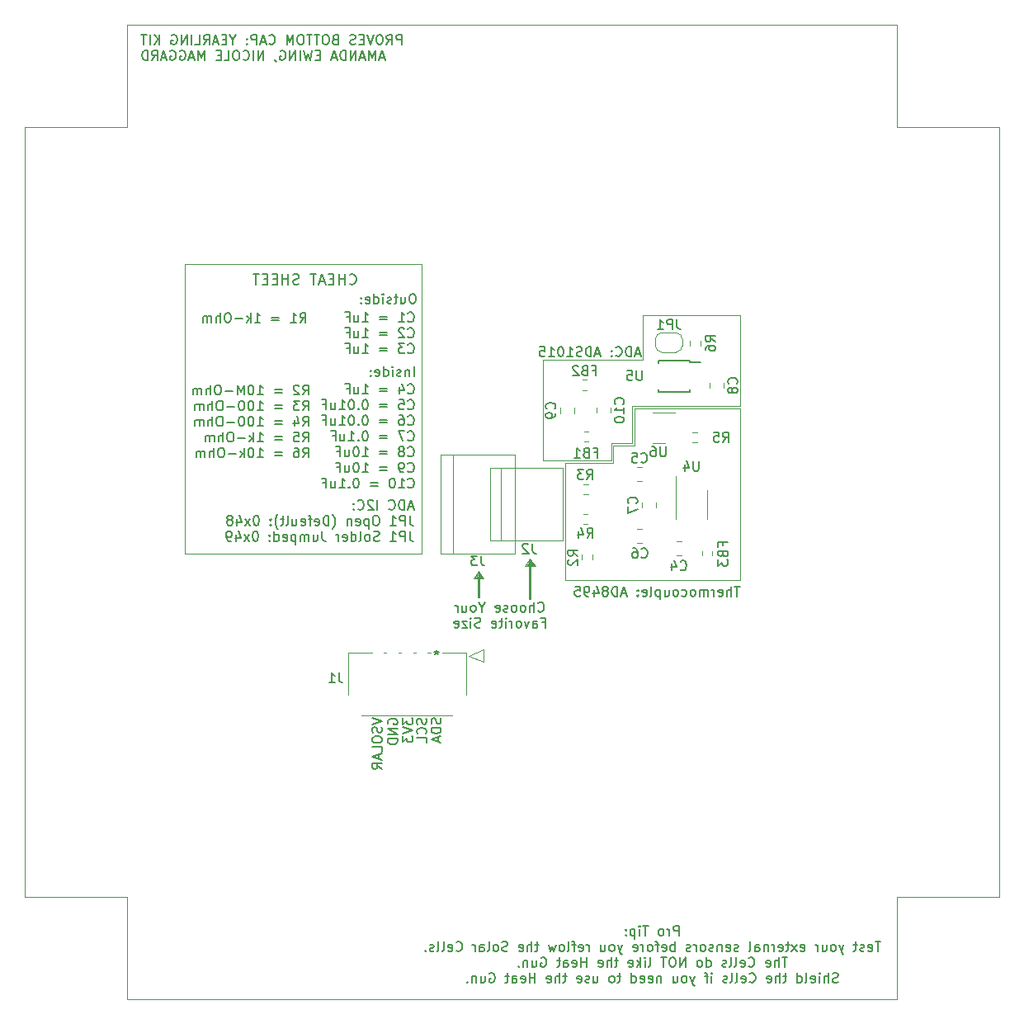
<source format=gbr>
%TF.GenerationSoftware,KiCad,Pcbnew,(6.0.9)*%
%TF.CreationDate,2023-03-20T12:04:43-07:00*%
%TF.ProjectId,solar-panel-side-Z,736f6c61-722d-4706-916e-656c2d736964,3.0*%
%TF.SameCoordinates,Original*%
%TF.FileFunction,Legend,Bot*%
%TF.FilePolarity,Positive*%
%FSLAX46Y46*%
G04 Gerber Fmt 4.6, Leading zero omitted, Abs format (unit mm)*
G04 Created by KiCad (PCBNEW (6.0.9)) date 2023-03-20 12:04:43*
%MOMM*%
%LPD*%
G01*
G04 APERTURE LIST*
%ADD10C,0.120000*%
%ADD11C,0.150000*%
%TA.AperFunction,Profile*%
%ADD12C,0.050000*%
%TD*%
%ADD13C,0.200000*%
G04 APERTURE END LIST*
D10*
X146060000Y-91280000D02*
X146430000Y-91700000D01*
X151445000Y-93915000D02*
X151285000Y-93915000D01*
X151285000Y-90595000D02*
X151285000Y-93915000D01*
X151345000Y-89815000D02*
X151885000Y-90555000D01*
X151445000Y-93915000D02*
X151445000Y-90595000D01*
X151885000Y-90555000D02*
X151710000Y-90555000D01*
X151885000Y-90555000D02*
X151535000Y-90535000D01*
X151335000Y-90015000D02*
X151645000Y-90445000D01*
X151445000Y-92505000D02*
X151435000Y-90575000D01*
X150975000Y-90495000D02*
X151335000Y-90015000D01*
X151345000Y-93905000D02*
X151345000Y-89835000D01*
X151505000Y-90385000D02*
X151235000Y-90385000D01*
X150845000Y-90555000D02*
X151815000Y-90555000D01*
X151345000Y-89835000D02*
X150845000Y-90555000D01*
X151115000Y-90435000D02*
X151325000Y-90205000D01*
X151645000Y-90445000D02*
X151115000Y-90435000D01*
X151325000Y-90205000D02*
X151505000Y-90385000D01*
X151345000Y-89815000D02*
X150845000Y-90555000D01*
X151675000Y-90495000D02*
X150975000Y-90495000D01*
X151815000Y-90555000D02*
X151345000Y-89835000D01*
X151285000Y-92505000D02*
X151445000Y-92505000D01*
X146140000Y-93765000D02*
X146140000Y-91855000D01*
X146580000Y-91815000D02*
X146405000Y-91815000D01*
X146040000Y-91075000D02*
X145540000Y-91815000D01*
X146580000Y-91815000D02*
X146230000Y-91795000D01*
X146040000Y-91075000D02*
X146580000Y-91815000D01*
X146140000Y-93765000D02*
X146130000Y-91835000D01*
X145980000Y-93765000D02*
X146140000Y-93765000D01*
X145980000Y-91855000D02*
X145980000Y-93765000D01*
X146200000Y-91645000D02*
X145930000Y-91645000D01*
X146020000Y-91465000D02*
X146200000Y-91645000D01*
X145810000Y-91695000D02*
X146020000Y-91465000D01*
X146340000Y-91705000D02*
X145810000Y-91695000D01*
X146030000Y-91275000D02*
X146340000Y-91705000D01*
X145670000Y-91755000D02*
X146030000Y-91275000D01*
X146370000Y-91755000D02*
X145670000Y-91755000D01*
X146510000Y-91815000D02*
X146040000Y-91095000D01*
X145540000Y-91815000D02*
X146510000Y-91815000D01*
X146040000Y-91095000D02*
X145540000Y-91815000D01*
X146040000Y-93765000D02*
X146040000Y-91095000D01*
D11*
X152174761Y-95142142D02*
X152222380Y-95189761D01*
X152365238Y-95237380D01*
X152460476Y-95237380D01*
X152603333Y-95189761D01*
X152698571Y-95094523D01*
X152746190Y-94999285D01*
X152793809Y-94808809D01*
X152793809Y-94665952D01*
X152746190Y-94475476D01*
X152698571Y-94380238D01*
X152603333Y-94285000D01*
X152460476Y-94237380D01*
X152365238Y-94237380D01*
X152222380Y-94285000D01*
X152174761Y-94332619D01*
X151746190Y-95237380D02*
X151746190Y-94237380D01*
X151317619Y-95237380D02*
X151317619Y-94713571D01*
X151365238Y-94618333D01*
X151460476Y-94570714D01*
X151603333Y-94570714D01*
X151698571Y-94618333D01*
X151746190Y-94665952D01*
X150698571Y-95237380D02*
X150793809Y-95189761D01*
X150841428Y-95142142D01*
X150889047Y-95046904D01*
X150889047Y-94761190D01*
X150841428Y-94665952D01*
X150793809Y-94618333D01*
X150698571Y-94570714D01*
X150555714Y-94570714D01*
X150460476Y-94618333D01*
X150412857Y-94665952D01*
X150365238Y-94761190D01*
X150365238Y-95046904D01*
X150412857Y-95142142D01*
X150460476Y-95189761D01*
X150555714Y-95237380D01*
X150698571Y-95237380D01*
X149793809Y-95237380D02*
X149889047Y-95189761D01*
X149936666Y-95142142D01*
X149984285Y-95046904D01*
X149984285Y-94761190D01*
X149936666Y-94665952D01*
X149889047Y-94618333D01*
X149793809Y-94570714D01*
X149650952Y-94570714D01*
X149555714Y-94618333D01*
X149508095Y-94665952D01*
X149460476Y-94761190D01*
X149460476Y-95046904D01*
X149508095Y-95142142D01*
X149555714Y-95189761D01*
X149650952Y-95237380D01*
X149793809Y-95237380D01*
X149079523Y-95189761D02*
X148984285Y-95237380D01*
X148793809Y-95237380D01*
X148698571Y-95189761D01*
X148650952Y-95094523D01*
X148650952Y-95046904D01*
X148698571Y-94951666D01*
X148793809Y-94904047D01*
X148936666Y-94904047D01*
X149031904Y-94856428D01*
X149079523Y-94761190D01*
X149079523Y-94713571D01*
X149031904Y-94618333D01*
X148936666Y-94570714D01*
X148793809Y-94570714D01*
X148698571Y-94618333D01*
X147841428Y-95189761D02*
X147936666Y-95237380D01*
X148127142Y-95237380D01*
X148222380Y-95189761D01*
X148270000Y-95094523D01*
X148270000Y-94713571D01*
X148222380Y-94618333D01*
X148127142Y-94570714D01*
X147936666Y-94570714D01*
X147841428Y-94618333D01*
X147793809Y-94713571D01*
X147793809Y-94808809D01*
X148270000Y-94904047D01*
X146412857Y-94761190D02*
X146412857Y-95237380D01*
X146746190Y-94237380D02*
X146412857Y-94761190D01*
X146079523Y-94237380D01*
X145603333Y-95237380D02*
X145698571Y-95189761D01*
X145746190Y-95142142D01*
X145793809Y-95046904D01*
X145793809Y-94761190D01*
X145746190Y-94665952D01*
X145698571Y-94618333D01*
X145603333Y-94570714D01*
X145460476Y-94570714D01*
X145365238Y-94618333D01*
X145317619Y-94665952D01*
X145270000Y-94761190D01*
X145270000Y-95046904D01*
X145317619Y-95142142D01*
X145365238Y-95189761D01*
X145460476Y-95237380D01*
X145603333Y-95237380D01*
X144412857Y-94570714D02*
X144412857Y-95237380D01*
X144841428Y-94570714D02*
X144841428Y-95094523D01*
X144793809Y-95189761D01*
X144698571Y-95237380D01*
X144555714Y-95237380D01*
X144460476Y-95189761D01*
X144412857Y-95142142D01*
X143936666Y-95237380D02*
X143936666Y-94570714D01*
X143936666Y-94761190D02*
X143889047Y-94665952D01*
X143841428Y-94618333D01*
X143746190Y-94570714D01*
X143650952Y-94570714D01*
X152603333Y-96323571D02*
X152936666Y-96323571D01*
X152936666Y-96847380D02*
X152936666Y-95847380D01*
X152460476Y-95847380D01*
X151650952Y-96847380D02*
X151650952Y-96323571D01*
X151698571Y-96228333D01*
X151793809Y-96180714D01*
X151984285Y-96180714D01*
X152079523Y-96228333D01*
X151650952Y-96799761D02*
X151746190Y-96847380D01*
X151984285Y-96847380D01*
X152079523Y-96799761D01*
X152127142Y-96704523D01*
X152127142Y-96609285D01*
X152079523Y-96514047D01*
X151984285Y-96466428D01*
X151746190Y-96466428D01*
X151650952Y-96418809D01*
X151270000Y-96180714D02*
X151031904Y-96847380D01*
X150793809Y-96180714D01*
X150270000Y-96847380D02*
X150365238Y-96799761D01*
X150412857Y-96752142D01*
X150460476Y-96656904D01*
X150460476Y-96371190D01*
X150412857Y-96275952D01*
X150365238Y-96228333D01*
X150270000Y-96180714D01*
X150127142Y-96180714D01*
X150031904Y-96228333D01*
X149984285Y-96275952D01*
X149936666Y-96371190D01*
X149936666Y-96656904D01*
X149984285Y-96752142D01*
X150031904Y-96799761D01*
X150127142Y-96847380D01*
X150270000Y-96847380D01*
X149508095Y-96847380D02*
X149508095Y-96180714D01*
X149508095Y-96371190D02*
X149460476Y-96275952D01*
X149412857Y-96228333D01*
X149317619Y-96180714D01*
X149222380Y-96180714D01*
X148889047Y-96847380D02*
X148889047Y-96180714D01*
X148889047Y-95847380D02*
X148936666Y-95895000D01*
X148889047Y-95942619D01*
X148841428Y-95895000D01*
X148889047Y-95847380D01*
X148889047Y-95942619D01*
X148555714Y-96180714D02*
X148174761Y-96180714D01*
X148412857Y-95847380D02*
X148412857Y-96704523D01*
X148365238Y-96799761D01*
X148270000Y-96847380D01*
X148174761Y-96847380D01*
X147460476Y-96799761D02*
X147555714Y-96847380D01*
X147746190Y-96847380D01*
X147841428Y-96799761D01*
X147889047Y-96704523D01*
X147889047Y-96323571D01*
X147841428Y-96228333D01*
X147746190Y-96180714D01*
X147555714Y-96180714D01*
X147460476Y-96228333D01*
X147412857Y-96323571D01*
X147412857Y-96418809D01*
X147889047Y-96514047D01*
X146270000Y-96799761D02*
X146127142Y-96847380D01*
X145889047Y-96847380D01*
X145793809Y-96799761D01*
X145746190Y-96752142D01*
X145698571Y-96656904D01*
X145698571Y-96561666D01*
X145746190Y-96466428D01*
X145793809Y-96418809D01*
X145889047Y-96371190D01*
X146079523Y-96323571D01*
X146174761Y-96275952D01*
X146222380Y-96228333D01*
X146270000Y-96133095D01*
X146270000Y-96037857D01*
X146222380Y-95942619D01*
X146174761Y-95895000D01*
X146079523Y-95847380D01*
X145841428Y-95847380D01*
X145698571Y-95895000D01*
X145270000Y-96847380D02*
X145270000Y-96180714D01*
X145270000Y-95847380D02*
X145317619Y-95895000D01*
X145270000Y-95942619D01*
X145222380Y-95895000D01*
X145270000Y-95847380D01*
X145270000Y-95942619D01*
X144889047Y-96180714D02*
X144365238Y-96180714D01*
X144889047Y-96847380D01*
X144365238Y-96847380D01*
X143603333Y-96799761D02*
X143698571Y-96847380D01*
X143889047Y-96847380D01*
X143984285Y-96799761D01*
X144031904Y-96704523D01*
X144031904Y-96323571D01*
X143984285Y-96228333D01*
X143889047Y-96180714D01*
X143698571Y-96180714D01*
X143603333Y-96228333D01*
X143555714Y-96323571D01*
X143555714Y-96418809D01*
X144031904Y-96514047D01*
X172893809Y-92632380D02*
X172322380Y-92632380D01*
X172608095Y-93632380D02*
X172608095Y-92632380D01*
X171989047Y-93632380D02*
X171989047Y-92632380D01*
X171560476Y-93632380D02*
X171560476Y-93108571D01*
X171608095Y-93013333D01*
X171703333Y-92965714D01*
X171846190Y-92965714D01*
X171941428Y-93013333D01*
X171989047Y-93060952D01*
X170703333Y-93584761D02*
X170798571Y-93632380D01*
X170989047Y-93632380D01*
X171084285Y-93584761D01*
X171131904Y-93489523D01*
X171131904Y-93108571D01*
X171084285Y-93013333D01*
X170989047Y-92965714D01*
X170798571Y-92965714D01*
X170703333Y-93013333D01*
X170655714Y-93108571D01*
X170655714Y-93203809D01*
X171131904Y-93299047D01*
X170227142Y-93632380D02*
X170227142Y-92965714D01*
X170227142Y-93156190D02*
X170179523Y-93060952D01*
X170131904Y-93013333D01*
X170036666Y-92965714D01*
X169941428Y-92965714D01*
X169608095Y-93632380D02*
X169608095Y-92965714D01*
X169608095Y-93060952D02*
X169560476Y-93013333D01*
X169465238Y-92965714D01*
X169322380Y-92965714D01*
X169227142Y-93013333D01*
X169179523Y-93108571D01*
X169179523Y-93632380D01*
X169179523Y-93108571D02*
X169131904Y-93013333D01*
X169036666Y-92965714D01*
X168893809Y-92965714D01*
X168798571Y-93013333D01*
X168750952Y-93108571D01*
X168750952Y-93632380D01*
X168131904Y-93632380D02*
X168227142Y-93584761D01*
X168274761Y-93537142D01*
X168322380Y-93441904D01*
X168322380Y-93156190D01*
X168274761Y-93060952D01*
X168227142Y-93013333D01*
X168131904Y-92965714D01*
X167989047Y-92965714D01*
X167893809Y-93013333D01*
X167846190Y-93060952D01*
X167798571Y-93156190D01*
X167798571Y-93441904D01*
X167846190Y-93537142D01*
X167893809Y-93584761D01*
X167989047Y-93632380D01*
X168131904Y-93632380D01*
X166941428Y-93584761D02*
X167036666Y-93632380D01*
X167227142Y-93632380D01*
X167322380Y-93584761D01*
X167370000Y-93537142D01*
X167417619Y-93441904D01*
X167417619Y-93156190D01*
X167370000Y-93060952D01*
X167322380Y-93013333D01*
X167227142Y-92965714D01*
X167036666Y-92965714D01*
X166941428Y-93013333D01*
X166370000Y-93632380D02*
X166465238Y-93584761D01*
X166512857Y-93537142D01*
X166560476Y-93441904D01*
X166560476Y-93156190D01*
X166512857Y-93060952D01*
X166465238Y-93013333D01*
X166370000Y-92965714D01*
X166227142Y-92965714D01*
X166131904Y-93013333D01*
X166084285Y-93060952D01*
X166036666Y-93156190D01*
X166036666Y-93441904D01*
X166084285Y-93537142D01*
X166131904Y-93584761D01*
X166227142Y-93632380D01*
X166370000Y-93632380D01*
X165179523Y-92965714D02*
X165179523Y-93632380D01*
X165608095Y-92965714D02*
X165608095Y-93489523D01*
X165560476Y-93584761D01*
X165465238Y-93632380D01*
X165322380Y-93632380D01*
X165227142Y-93584761D01*
X165179523Y-93537142D01*
X164703333Y-92965714D02*
X164703333Y-93965714D01*
X164703333Y-93013333D02*
X164608095Y-92965714D01*
X164417619Y-92965714D01*
X164322380Y-93013333D01*
X164274761Y-93060952D01*
X164227142Y-93156190D01*
X164227142Y-93441904D01*
X164274761Y-93537142D01*
X164322380Y-93584761D01*
X164417619Y-93632380D01*
X164608095Y-93632380D01*
X164703333Y-93584761D01*
X163655714Y-93632380D02*
X163750952Y-93584761D01*
X163798571Y-93489523D01*
X163798571Y-92632380D01*
X162893809Y-93584761D02*
X162989047Y-93632380D01*
X163179523Y-93632380D01*
X163274761Y-93584761D01*
X163322380Y-93489523D01*
X163322380Y-93108571D01*
X163274761Y-93013333D01*
X163179523Y-92965714D01*
X162989047Y-92965714D01*
X162893809Y-93013333D01*
X162846190Y-93108571D01*
X162846190Y-93203809D01*
X163322380Y-93299047D01*
X162417619Y-93537142D02*
X162370000Y-93584761D01*
X162417619Y-93632380D01*
X162465238Y-93584761D01*
X162417619Y-93537142D01*
X162417619Y-93632380D01*
X162417619Y-93013333D02*
X162370000Y-93060952D01*
X162417619Y-93108571D01*
X162465238Y-93060952D01*
X162417619Y-93013333D01*
X162417619Y-93108571D01*
X161227142Y-93346666D02*
X160750952Y-93346666D01*
X161322380Y-93632380D02*
X160989047Y-92632380D01*
X160655714Y-93632380D01*
X160322380Y-93632380D02*
X160322380Y-92632380D01*
X160084285Y-92632380D01*
X159941428Y-92680000D01*
X159846190Y-92775238D01*
X159798571Y-92870476D01*
X159750952Y-93060952D01*
X159750952Y-93203809D01*
X159798571Y-93394285D01*
X159846190Y-93489523D01*
X159941428Y-93584761D01*
X160084285Y-93632380D01*
X160322380Y-93632380D01*
X159179523Y-93060952D02*
X159274761Y-93013333D01*
X159322380Y-92965714D01*
X159370000Y-92870476D01*
X159370000Y-92822857D01*
X159322380Y-92727619D01*
X159274761Y-92680000D01*
X159179523Y-92632380D01*
X158989047Y-92632380D01*
X158893809Y-92680000D01*
X158846190Y-92727619D01*
X158798571Y-92822857D01*
X158798571Y-92870476D01*
X158846190Y-92965714D01*
X158893809Y-93013333D01*
X158989047Y-93060952D01*
X159179523Y-93060952D01*
X159274761Y-93108571D01*
X159322380Y-93156190D01*
X159370000Y-93251428D01*
X159370000Y-93441904D01*
X159322380Y-93537142D01*
X159274761Y-93584761D01*
X159179523Y-93632380D01*
X158989047Y-93632380D01*
X158893809Y-93584761D01*
X158846190Y-93537142D01*
X158798571Y-93441904D01*
X158798571Y-93251428D01*
X158846190Y-93156190D01*
X158893809Y-93108571D01*
X158989047Y-93060952D01*
X157941428Y-92965714D02*
X157941428Y-93632380D01*
X158179523Y-92584761D02*
X158417619Y-93299047D01*
X157798571Y-93299047D01*
X157370000Y-93632380D02*
X157179523Y-93632380D01*
X157084285Y-93584761D01*
X157036666Y-93537142D01*
X156941428Y-93394285D01*
X156893809Y-93203809D01*
X156893809Y-92822857D01*
X156941428Y-92727619D01*
X156989047Y-92680000D01*
X157084285Y-92632380D01*
X157274761Y-92632380D01*
X157370000Y-92680000D01*
X157417619Y-92727619D01*
X157465238Y-92822857D01*
X157465238Y-93060952D01*
X157417619Y-93156190D01*
X157370000Y-93203809D01*
X157274761Y-93251428D01*
X157084285Y-93251428D01*
X156989047Y-93203809D01*
X156941428Y-93156190D01*
X156893809Y-93060952D01*
X155989047Y-92632380D02*
X156465238Y-92632380D01*
X156512857Y-93108571D01*
X156465238Y-93060952D01*
X156370000Y-93013333D01*
X156131904Y-93013333D01*
X156036666Y-93060952D01*
X155989047Y-93108571D01*
X155941428Y-93203809D01*
X155941428Y-93441904D01*
X155989047Y-93537142D01*
X156036666Y-93584761D01*
X156131904Y-93632380D01*
X156370000Y-93632380D01*
X156465238Y-93584761D01*
X156512857Y-93537142D01*
X162636666Y-68746666D02*
X162160476Y-68746666D01*
X162731904Y-69032380D02*
X162398571Y-68032380D01*
X162065238Y-69032380D01*
X161731904Y-69032380D02*
X161731904Y-68032380D01*
X161493809Y-68032380D01*
X161350952Y-68080000D01*
X161255714Y-68175238D01*
X161208095Y-68270476D01*
X161160476Y-68460952D01*
X161160476Y-68603809D01*
X161208095Y-68794285D01*
X161255714Y-68889523D01*
X161350952Y-68984761D01*
X161493809Y-69032380D01*
X161731904Y-69032380D01*
X160160476Y-68937142D02*
X160208095Y-68984761D01*
X160350952Y-69032380D01*
X160446190Y-69032380D01*
X160589047Y-68984761D01*
X160684285Y-68889523D01*
X160731904Y-68794285D01*
X160779523Y-68603809D01*
X160779523Y-68460952D01*
X160731904Y-68270476D01*
X160684285Y-68175238D01*
X160589047Y-68080000D01*
X160446190Y-68032380D01*
X160350952Y-68032380D01*
X160208095Y-68080000D01*
X160160476Y-68127619D01*
X159731904Y-68937142D02*
X159684285Y-68984761D01*
X159731904Y-69032380D01*
X159779523Y-68984761D01*
X159731904Y-68937142D01*
X159731904Y-69032380D01*
X159731904Y-68413333D02*
X159684285Y-68460952D01*
X159731904Y-68508571D01*
X159779523Y-68460952D01*
X159731904Y-68413333D01*
X159731904Y-68508571D01*
X158541428Y-68746666D02*
X158065238Y-68746666D01*
X158636666Y-69032380D02*
X158303333Y-68032380D01*
X157970000Y-69032380D01*
X157636666Y-69032380D02*
X157636666Y-68032380D01*
X157398571Y-68032380D01*
X157255714Y-68080000D01*
X157160476Y-68175238D01*
X157112857Y-68270476D01*
X157065238Y-68460952D01*
X157065238Y-68603809D01*
X157112857Y-68794285D01*
X157160476Y-68889523D01*
X157255714Y-68984761D01*
X157398571Y-69032380D01*
X157636666Y-69032380D01*
X156684285Y-68984761D02*
X156541428Y-69032380D01*
X156303333Y-69032380D01*
X156208095Y-68984761D01*
X156160476Y-68937142D01*
X156112857Y-68841904D01*
X156112857Y-68746666D01*
X156160476Y-68651428D01*
X156208095Y-68603809D01*
X156303333Y-68556190D01*
X156493809Y-68508571D01*
X156589047Y-68460952D01*
X156636666Y-68413333D01*
X156684285Y-68318095D01*
X156684285Y-68222857D01*
X156636666Y-68127619D01*
X156589047Y-68080000D01*
X156493809Y-68032380D01*
X156255714Y-68032380D01*
X156112857Y-68080000D01*
X155160476Y-69032380D02*
X155731904Y-69032380D01*
X155446190Y-69032380D02*
X155446190Y-68032380D01*
X155541428Y-68175238D01*
X155636666Y-68270476D01*
X155731904Y-68318095D01*
X154541428Y-68032380D02*
X154446190Y-68032380D01*
X154350952Y-68080000D01*
X154303333Y-68127619D01*
X154255714Y-68222857D01*
X154208095Y-68413333D01*
X154208095Y-68651428D01*
X154255714Y-68841904D01*
X154303333Y-68937142D01*
X154350952Y-68984761D01*
X154446190Y-69032380D01*
X154541428Y-69032380D01*
X154636666Y-68984761D01*
X154684285Y-68937142D01*
X154731904Y-68841904D01*
X154779523Y-68651428D01*
X154779523Y-68413333D01*
X154731904Y-68222857D01*
X154684285Y-68127619D01*
X154636666Y-68080000D01*
X154541428Y-68032380D01*
X153255714Y-69032380D02*
X153827142Y-69032380D01*
X153541428Y-69032380D02*
X153541428Y-68032380D01*
X153636666Y-68175238D01*
X153731904Y-68270476D01*
X153827142Y-68318095D01*
X152350952Y-68032380D02*
X152827142Y-68032380D01*
X152874761Y-68508571D01*
X152827142Y-68460952D01*
X152731904Y-68413333D01*
X152493809Y-68413333D01*
X152398571Y-68460952D01*
X152350952Y-68508571D01*
X152303333Y-68603809D01*
X152303333Y-68841904D01*
X152350952Y-68937142D01*
X152398571Y-68984761D01*
X152493809Y-69032380D01*
X152731904Y-69032380D01*
X152827142Y-68984761D01*
X152874761Y-68937142D01*
D10*
X162970000Y-64800000D02*
X162970000Y-64830000D01*
X172890000Y-64800000D02*
X162970000Y-64800000D01*
X172900000Y-74150000D02*
X172890000Y-64800000D01*
X162970000Y-69370000D02*
X162970000Y-64830000D01*
X152650000Y-69370000D02*
X162970000Y-69370000D01*
X152650000Y-79730000D02*
X152650000Y-69370000D01*
X159700000Y-79730000D02*
X152650000Y-79730000D01*
X159700000Y-77930000D02*
X159700000Y-79730000D01*
X161840000Y-77930000D02*
X159700000Y-77930000D01*
X161840000Y-74150000D02*
X161840000Y-77930000D01*
X172900000Y-74150000D02*
X161840000Y-74150000D01*
X159910000Y-78140000D02*
X159910000Y-79980000D01*
X162070000Y-78140000D02*
X159910000Y-78140000D01*
X162070000Y-74390000D02*
X162070000Y-78140000D01*
X155000000Y-79980000D02*
X159910000Y-79980000D01*
X155000000Y-91950000D02*
X155000000Y-79980000D01*
X172900000Y-91950000D02*
X155000000Y-91950000D01*
X172900000Y-74390000D02*
X172900000Y-91950000D01*
X162080000Y-74390000D02*
X172900000Y-74390000D01*
X115920000Y-59530000D02*
X140220000Y-59530000D01*
X140220000Y-59530000D02*
X140220000Y-89260000D01*
X140220000Y-89260000D02*
X115920000Y-89260000D01*
X115920000Y-89260000D02*
X115920000Y-59530000D01*
D12*
X99500000Y-45500000D02*
X110000000Y-45500000D01*
X189000000Y-135000000D02*
X110000000Y-135000000D01*
X199500000Y-124500000D02*
X189000000Y-124500000D01*
X189000000Y-45500000D02*
X199500000Y-45500000D01*
X99500000Y-124500000D02*
X99500000Y-45500000D01*
X110000000Y-135000000D02*
X110000000Y-124500000D01*
X110000000Y-35000000D02*
X189000000Y-35000000D01*
X110000000Y-124500000D02*
X99500000Y-124500000D01*
X199500000Y-45500000D02*
X199500000Y-124500000D01*
X189000000Y-35000000D02*
X189000000Y-45500000D01*
X110000000Y-45500000D02*
X110000000Y-35000000D01*
X189000000Y-124500000D02*
X189000000Y-135000000D01*
D11*
X127770476Y-65542380D02*
X128103809Y-65066190D01*
X128341904Y-65542380D02*
X128341904Y-64542380D01*
X127960952Y-64542380D01*
X127865714Y-64590000D01*
X127818095Y-64637619D01*
X127770476Y-64732857D01*
X127770476Y-64875714D01*
X127818095Y-64970952D01*
X127865714Y-65018571D01*
X127960952Y-65066190D01*
X128341904Y-65066190D01*
X126818095Y-65542380D02*
X127389523Y-65542380D01*
X127103809Y-65542380D02*
X127103809Y-64542380D01*
X127199047Y-64685238D01*
X127294285Y-64780476D01*
X127389523Y-64828095D01*
X125627619Y-65018571D02*
X124865714Y-65018571D01*
X124865714Y-65304285D02*
X125627619Y-65304285D01*
X123103809Y-65542380D02*
X123675238Y-65542380D01*
X123389523Y-65542380D02*
X123389523Y-64542380D01*
X123484761Y-64685238D01*
X123580000Y-64780476D01*
X123675238Y-64828095D01*
X122675238Y-65542380D02*
X122675238Y-64542380D01*
X122580000Y-65161428D02*
X122294285Y-65542380D01*
X122294285Y-64875714D02*
X122675238Y-65256666D01*
X121865714Y-65161428D02*
X121103809Y-65161428D01*
X120437142Y-64542380D02*
X120246666Y-64542380D01*
X120151428Y-64590000D01*
X120056190Y-64685238D01*
X120008571Y-64875714D01*
X120008571Y-65209047D01*
X120056190Y-65399523D01*
X120151428Y-65494761D01*
X120246666Y-65542380D01*
X120437142Y-65542380D01*
X120532380Y-65494761D01*
X120627619Y-65399523D01*
X120675238Y-65209047D01*
X120675238Y-64875714D01*
X120627619Y-64685238D01*
X120532380Y-64590000D01*
X120437142Y-64542380D01*
X119580000Y-65542380D02*
X119580000Y-64542380D01*
X119151428Y-65542380D02*
X119151428Y-65018571D01*
X119199047Y-64923333D01*
X119294285Y-64875714D01*
X119437142Y-64875714D01*
X119532380Y-64923333D01*
X119580000Y-64970952D01*
X118675238Y-65542380D02*
X118675238Y-64875714D01*
X118675238Y-64970952D02*
X118627619Y-64923333D01*
X118532380Y-64875714D01*
X118389523Y-64875714D01*
X118294285Y-64923333D01*
X118246666Y-65018571D01*
X118246666Y-65542380D01*
X118246666Y-65018571D02*
X118199047Y-64923333D01*
X118103809Y-64875714D01*
X117960952Y-64875714D01*
X117865714Y-64923333D01*
X117818095Y-65018571D01*
X117818095Y-65542380D01*
X140694761Y-106179523D02*
X140742380Y-106322380D01*
X140742380Y-106560476D01*
X140694761Y-106655714D01*
X140647142Y-106703333D01*
X140551904Y-106750952D01*
X140456666Y-106750952D01*
X140361428Y-106703333D01*
X140313809Y-106655714D01*
X140266190Y-106560476D01*
X140218571Y-106370000D01*
X140170952Y-106274761D01*
X140123333Y-106227142D01*
X140028095Y-106179523D01*
X139932857Y-106179523D01*
X139837619Y-106227142D01*
X139790000Y-106274761D01*
X139742380Y-106370000D01*
X139742380Y-106608095D01*
X139790000Y-106750952D01*
X140647142Y-107750952D02*
X140694761Y-107703333D01*
X140742380Y-107560476D01*
X140742380Y-107465238D01*
X140694761Y-107322380D01*
X140599523Y-107227142D01*
X140504285Y-107179523D01*
X140313809Y-107131904D01*
X140170952Y-107131904D01*
X139980476Y-107179523D01*
X139885238Y-107227142D01*
X139790000Y-107322380D01*
X139742380Y-107465238D01*
X139742380Y-107560476D01*
X139790000Y-107703333D01*
X139837619Y-107750952D01*
X140742380Y-108655714D02*
X140742380Y-108179523D01*
X139742380Y-108179523D01*
X138832976Y-72767142D02*
X138880595Y-72814761D01*
X139023452Y-72862380D01*
X139118690Y-72862380D01*
X139261547Y-72814761D01*
X139356785Y-72719523D01*
X139404404Y-72624285D01*
X139452023Y-72433809D01*
X139452023Y-72290952D01*
X139404404Y-72100476D01*
X139356785Y-72005238D01*
X139261547Y-71910000D01*
X139118690Y-71862380D01*
X139023452Y-71862380D01*
X138880595Y-71910000D01*
X138832976Y-71957619D01*
X137975833Y-72195714D02*
X137975833Y-72862380D01*
X138213928Y-71814761D02*
X138452023Y-72529047D01*
X137832976Y-72529047D01*
X136690119Y-72338571D02*
X135928214Y-72338571D01*
X135928214Y-72624285D02*
X136690119Y-72624285D01*
X134166309Y-72862380D02*
X134737738Y-72862380D01*
X134452023Y-72862380D02*
X134452023Y-71862380D01*
X134547261Y-72005238D01*
X134642500Y-72100476D01*
X134737738Y-72148095D01*
X133309166Y-72195714D02*
X133309166Y-72862380D01*
X133737738Y-72195714D02*
X133737738Y-72719523D01*
X133690119Y-72814761D01*
X133594880Y-72862380D01*
X133452023Y-72862380D01*
X133356785Y-72814761D01*
X133309166Y-72767142D01*
X132499642Y-72338571D02*
X132832976Y-72338571D01*
X132832976Y-72862380D02*
X132832976Y-71862380D01*
X132356785Y-71862380D01*
X138832976Y-74377142D02*
X138880595Y-74424761D01*
X139023452Y-74472380D01*
X139118690Y-74472380D01*
X139261547Y-74424761D01*
X139356785Y-74329523D01*
X139404404Y-74234285D01*
X139452023Y-74043809D01*
X139452023Y-73900952D01*
X139404404Y-73710476D01*
X139356785Y-73615238D01*
X139261547Y-73520000D01*
X139118690Y-73472380D01*
X139023452Y-73472380D01*
X138880595Y-73520000D01*
X138832976Y-73567619D01*
X137928214Y-73472380D02*
X138404404Y-73472380D01*
X138452023Y-73948571D01*
X138404404Y-73900952D01*
X138309166Y-73853333D01*
X138071071Y-73853333D01*
X137975833Y-73900952D01*
X137928214Y-73948571D01*
X137880595Y-74043809D01*
X137880595Y-74281904D01*
X137928214Y-74377142D01*
X137975833Y-74424761D01*
X138071071Y-74472380D01*
X138309166Y-74472380D01*
X138404404Y-74424761D01*
X138452023Y-74377142D01*
X136690119Y-73948571D02*
X135928214Y-73948571D01*
X135928214Y-74234285D02*
X136690119Y-74234285D01*
X134499642Y-73472380D02*
X134404404Y-73472380D01*
X134309166Y-73520000D01*
X134261547Y-73567619D01*
X134213928Y-73662857D01*
X134166309Y-73853333D01*
X134166309Y-74091428D01*
X134213928Y-74281904D01*
X134261547Y-74377142D01*
X134309166Y-74424761D01*
X134404404Y-74472380D01*
X134499642Y-74472380D01*
X134594880Y-74424761D01*
X134642500Y-74377142D01*
X134690119Y-74281904D01*
X134737738Y-74091428D01*
X134737738Y-73853333D01*
X134690119Y-73662857D01*
X134642500Y-73567619D01*
X134594880Y-73520000D01*
X134499642Y-73472380D01*
X133737738Y-74377142D02*
X133690119Y-74424761D01*
X133737738Y-74472380D01*
X133785357Y-74424761D01*
X133737738Y-74377142D01*
X133737738Y-74472380D01*
X133071071Y-73472380D02*
X132975833Y-73472380D01*
X132880595Y-73520000D01*
X132832976Y-73567619D01*
X132785357Y-73662857D01*
X132737738Y-73853333D01*
X132737738Y-74091428D01*
X132785357Y-74281904D01*
X132832976Y-74377142D01*
X132880595Y-74424761D01*
X132975833Y-74472380D01*
X133071071Y-74472380D01*
X133166309Y-74424761D01*
X133213928Y-74377142D01*
X133261547Y-74281904D01*
X133309166Y-74091428D01*
X133309166Y-73853333D01*
X133261547Y-73662857D01*
X133213928Y-73567619D01*
X133166309Y-73520000D01*
X133071071Y-73472380D01*
X131785357Y-74472380D02*
X132356785Y-74472380D01*
X132071071Y-74472380D02*
X132071071Y-73472380D01*
X132166309Y-73615238D01*
X132261547Y-73710476D01*
X132356785Y-73758095D01*
X130928214Y-73805714D02*
X130928214Y-74472380D01*
X131356785Y-73805714D02*
X131356785Y-74329523D01*
X131309166Y-74424761D01*
X131213928Y-74472380D01*
X131071071Y-74472380D01*
X130975833Y-74424761D01*
X130928214Y-74377142D01*
X130118690Y-73948571D02*
X130452023Y-73948571D01*
X130452023Y-74472380D02*
X130452023Y-73472380D01*
X129975833Y-73472380D01*
X138832976Y-75987142D02*
X138880595Y-76034761D01*
X139023452Y-76082380D01*
X139118690Y-76082380D01*
X139261547Y-76034761D01*
X139356785Y-75939523D01*
X139404404Y-75844285D01*
X139452023Y-75653809D01*
X139452023Y-75510952D01*
X139404404Y-75320476D01*
X139356785Y-75225238D01*
X139261547Y-75130000D01*
X139118690Y-75082380D01*
X139023452Y-75082380D01*
X138880595Y-75130000D01*
X138832976Y-75177619D01*
X137975833Y-75082380D02*
X138166309Y-75082380D01*
X138261547Y-75130000D01*
X138309166Y-75177619D01*
X138404404Y-75320476D01*
X138452023Y-75510952D01*
X138452023Y-75891904D01*
X138404404Y-75987142D01*
X138356785Y-76034761D01*
X138261547Y-76082380D01*
X138071071Y-76082380D01*
X137975833Y-76034761D01*
X137928214Y-75987142D01*
X137880595Y-75891904D01*
X137880595Y-75653809D01*
X137928214Y-75558571D01*
X137975833Y-75510952D01*
X138071071Y-75463333D01*
X138261547Y-75463333D01*
X138356785Y-75510952D01*
X138404404Y-75558571D01*
X138452023Y-75653809D01*
X136690119Y-75558571D02*
X135928214Y-75558571D01*
X135928214Y-75844285D02*
X136690119Y-75844285D01*
X134499642Y-75082380D02*
X134404404Y-75082380D01*
X134309166Y-75130000D01*
X134261547Y-75177619D01*
X134213928Y-75272857D01*
X134166309Y-75463333D01*
X134166309Y-75701428D01*
X134213928Y-75891904D01*
X134261547Y-75987142D01*
X134309166Y-76034761D01*
X134404404Y-76082380D01*
X134499642Y-76082380D01*
X134594880Y-76034761D01*
X134642500Y-75987142D01*
X134690119Y-75891904D01*
X134737738Y-75701428D01*
X134737738Y-75463333D01*
X134690119Y-75272857D01*
X134642500Y-75177619D01*
X134594880Y-75130000D01*
X134499642Y-75082380D01*
X133737738Y-75987142D02*
X133690119Y-76034761D01*
X133737738Y-76082380D01*
X133785357Y-76034761D01*
X133737738Y-75987142D01*
X133737738Y-76082380D01*
X133071071Y-75082380D02*
X132975833Y-75082380D01*
X132880595Y-75130000D01*
X132832976Y-75177619D01*
X132785357Y-75272857D01*
X132737738Y-75463333D01*
X132737738Y-75701428D01*
X132785357Y-75891904D01*
X132832976Y-75987142D01*
X132880595Y-76034761D01*
X132975833Y-76082380D01*
X133071071Y-76082380D01*
X133166309Y-76034761D01*
X133213928Y-75987142D01*
X133261547Y-75891904D01*
X133309166Y-75701428D01*
X133309166Y-75463333D01*
X133261547Y-75272857D01*
X133213928Y-75177619D01*
X133166309Y-75130000D01*
X133071071Y-75082380D01*
X131785357Y-76082380D02*
X132356785Y-76082380D01*
X132071071Y-76082380D02*
X132071071Y-75082380D01*
X132166309Y-75225238D01*
X132261547Y-75320476D01*
X132356785Y-75368095D01*
X130928214Y-75415714D02*
X130928214Y-76082380D01*
X131356785Y-75415714D02*
X131356785Y-75939523D01*
X131309166Y-76034761D01*
X131213928Y-76082380D01*
X131071071Y-76082380D01*
X130975833Y-76034761D01*
X130928214Y-75987142D01*
X130118690Y-75558571D02*
X130452023Y-75558571D01*
X130452023Y-76082380D02*
X130452023Y-75082380D01*
X129975833Y-75082380D01*
X138832976Y-77597142D02*
X138880595Y-77644761D01*
X139023452Y-77692380D01*
X139118690Y-77692380D01*
X139261547Y-77644761D01*
X139356785Y-77549523D01*
X139404404Y-77454285D01*
X139452023Y-77263809D01*
X139452023Y-77120952D01*
X139404404Y-76930476D01*
X139356785Y-76835238D01*
X139261547Y-76740000D01*
X139118690Y-76692380D01*
X139023452Y-76692380D01*
X138880595Y-76740000D01*
X138832976Y-76787619D01*
X138499642Y-76692380D02*
X137832976Y-76692380D01*
X138261547Y-77692380D01*
X136690119Y-77168571D02*
X135928214Y-77168571D01*
X135928214Y-77454285D02*
X136690119Y-77454285D01*
X134499642Y-76692380D02*
X134404404Y-76692380D01*
X134309166Y-76740000D01*
X134261547Y-76787619D01*
X134213928Y-76882857D01*
X134166309Y-77073333D01*
X134166309Y-77311428D01*
X134213928Y-77501904D01*
X134261547Y-77597142D01*
X134309166Y-77644761D01*
X134404404Y-77692380D01*
X134499642Y-77692380D01*
X134594880Y-77644761D01*
X134642500Y-77597142D01*
X134690119Y-77501904D01*
X134737738Y-77311428D01*
X134737738Y-77073333D01*
X134690119Y-76882857D01*
X134642500Y-76787619D01*
X134594880Y-76740000D01*
X134499642Y-76692380D01*
X133737738Y-77597142D02*
X133690119Y-77644761D01*
X133737738Y-77692380D01*
X133785357Y-77644761D01*
X133737738Y-77597142D01*
X133737738Y-77692380D01*
X132737738Y-77692380D02*
X133309166Y-77692380D01*
X133023452Y-77692380D02*
X133023452Y-76692380D01*
X133118690Y-76835238D01*
X133213928Y-76930476D01*
X133309166Y-76978095D01*
X131880595Y-77025714D02*
X131880595Y-77692380D01*
X132309166Y-77025714D02*
X132309166Y-77549523D01*
X132261547Y-77644761D01*
X132166309Y-77692380D01*
X132023452Y-77692380D01*
X131928214Y-77644761D01*
X131880595Y-77597142D01*
X131071071Y-77168571D02*
X131404404Y-77168571D01*
X131404404Y-77692380D02*
X131404404Y-76692380D01*
X130928214Y-76692380D01*
X138832976Y-79207142D02*
X138880595Y-79254761D01*
X139023452Y-79302380D01*
X139118690Y-79302380D01*
X139261547Y-79254761D01*
X139356785Y-79159523D01*
X139404404Y-79064285D01*
X139452023Y-78873809D01*
X139452023Y-78730952D01*
X139404404Y-78540476D01*
X139356785Y-78445238D01*
X139261547Y-78350000D01*
X139118690Y-78302380D01*
X139023452Y-78302380D01*
X138880595Y-78350000D01*
X138832976Y-78397619D01*
X138261547Y-78730952D02*
X138356785Y-78683333D01*
X138404404Y-78635714D01*
X138452023Y-78540476D01*
X138452023Y-78492857D01*
X138404404Y-78397619D01*
X138356785Y-78350000D01*
X138261547Y-78302380D01*
X138071071Y-78302380D01*
X137975833Y-78350000D01*
X137928214Y-78397619D01*
X137880595Y-78492857D01*
X137880595Y-78540476D01*
X137928214Y-78635714D01*
X137975833Y-78683333D01*
X138071071Y-78730952D01*
X138261547Y-78730952D01*
X138356785Y-78778571D01*
X138404404Y-78826190D01*
X138452023Y-78921428D01*
X138452023Y-79111904D01*
X138404404Y-79207142D01*
X138356785Y-79254761D01*
X138261547Y-79302380D01*
X138071071Y-79302380D01*
X137975833Y-79254761D01*
X137928214Y-79207142D01*
X137880595Y-79111904D01*
X137880595Y-78921428D01*
X137928214Y-78826190D01*
X137975833Y-78778571D01*
X138071071Y-78730952D01*
X136690119Y-78778571D02*
X135928214Y-78778571D01*
X135928214Y-79064285D02*
X136690119Y-79064285D01*
X134166309Y-79302380D02*
X134737738Y-79302380D01*
X134452023Y-79302380D02*
X134452023Y-78302380D01*
X134547261Y-78445238D01*
X134642500Y-78540476D01*
X134737738Y-78588095D01*
X133547261Y-78302380D02*
X133452023Y-78302380D01*
X133356785Y-78350000D01*
X133309166Y-78397619D01*
X133261547Y-78492857D01*
X133213928Y-78683333D01*
X133213928Y-78921428D01*
X133261547Y-79111904D01*
X133309166Y-79207142D01*
X133356785Y-79254761D01*
X133452023Y-79302380D01*
X133547261Y-79302380D01*
X133642499Y-79254761D01*
X133690119Y-79207142D01*
X133737738Y-79111904D01*
X133785357Y-78921428D01*
X133785357Y-78683333D01*
X133737738Y-78492857D01*
X133690119Y-78397619D01*
X133642499Y-78350000D01*
X133547261Y-78302380D01*
X132356785Y-78635714D02*
X132356785Y-79302380D01*
X132785357Y-78635714D02*
X132785357Y-79159523D01*
X132737738Y-79254761D01*
X132642499Y-79302380D01*
X132499642Y-79302380D01*
X132404404Y-79254761D01*
X132356785Y-79207142D01*
X131547261Y-78778571D02*
X131880595Y-78778571D01*
X131880595Y-79302380D02*
X131880595Y-78302380D01*
X131404404Y-78302380D01*
X138832976Y-80817142D02*
X138880595Y-80864761D01*
X139023452Y-80912380D01*
X139118690Y-80912380D01*
X139261547Y-80864761D01*
X139356785Y-80769523D01*
X139404404Y-80674285D01*
X139452023Y-80483809D01*
X139452023Y-80340952D01*
X139404404Y-80150476D01*
X139356785Y-80055238D01*
X139261547Y-79960000D01*
X139118690Y-79912380D01*
X139023452Y-79912380D01*
X138880595Y-79960000D01*
X138832976Y-80007619D01*
X138356785Y-80912380D02*
X138166309Y-80912380D01*
X138071071Y-80864761D01*
X138023452Y-80817142D01*
X137928214Y-80674285D01*
X137880595Y-80483809D01*
X137880595Y-80102857D01*
X137928214Y-80007619D01*
X137975833Y-79960000D01*
X138071071Y-79912380D01*
X138261547Y-79912380D01*
X138356785Y-79960000D01*
X138404404Y-80007619D01*
X138452023Y-80102857D01*
X138452023Y-80340952D01*
X138404404Y-80436190D01*
X138356785Y-80483809D01*
X138261547Y-80531428D01*
X138071071Y-80531428D01*
X137975833Y-80483809D01*
X137928214Y-80436190D01*
X137880595Y-80340952D01*
X136690119Y-80388571D02*
X135928214Y-80388571D01*
X135928214Y-80674285D02*
X136690119Y-80674285D01*
X134166309Y-80912380D02*
X134737738Y-80912380D01*
X134452023Y-80912380D02*
X134452023Y-79912380D01*
X134547261Y-80055238D01*
X134642500Y-80150476D01*
X134737738Y-80198095D01*
X133547261Y-79912380D02*
X133452023Y-79912380D01*
X133356785Y-79960000D01*
X133309166Y-80007619D01*
X133261547Y-80102857D01*
X133213928Y-80293333D01*
X133213928Y-80531428D01*
X133261547Y-80721904D01*
X133309166Y-80817142D01*
X133356785Y-80864761D01*
X133452023Y-80912380D01*
X133547261Y-80912380D01*
X133642499Y-80864761D01*
X133690119Y-80817142D01*
X133737738Y-80721904D01*
X133785357Y-80531428D01*
X133785357Y-80293333D01*
X133737738Y-80102857D01*
X133690119Y-80007619D01*
X133642499Y-79960000D01*
X133547261Y-79912380D01*
X132356785Y-80245714D02*
X132356785Y-80912380D01*
X132785357Y-80245714D02*
X132785357Y-80769523D01*
X132737738Y-80864761D01*
X132642499Y-80912380D01*
X132499642Y-80912380D01*
X132404404Y-80864761D01*
X132356785Y-80817142D01*
X131547261Y-80388571D02*
X131880595Y-80388571D01*
X131880595Y-80912380D02*
X131880595Y-79912380D01*
X131404404Y-79912380D01*
X138832976Y-82427142D02*
X138880595Y-82474761D01*
X139023452Y-82522380D01*
X139118690Y-82522380D01*
X139261547Y-82474761D01*
X139356785Y-82379523D01*
X139404404Y-82284285D01*
X139452023Y-82093809D01*
X139452023Y-81950952D01*
X139404404Y-81760476D01*
X139356785Y-81665238D01*
X139261547Y-81570000D01*
X139118690Y-81522380D01*
X139023452Y-81522380D01*
X138880595Y-81570000D01*
X138832976Y-81617619D01*
X137880595Y-82522380D02*
X138452023Y-82522380D01*
X138166309Y-82522380D02*
X138166309Y-81522380D01*
X138261547Y-81665238D01*
X138356785Y-81760476D01*
X138452023Y-81808095D01*
X137261547Y-81522380D02*
X137166309Y-81522380D01*
X137071071Y-81570000D01*
X137023452Y-81617619D01*
X136975833Y-81712857D01*
X136928214Y-81903333D01*
X136928214Y-82141428D01*
X136975833Y-82331904D01*
X137023452Y-82427142D01*
X137071071Y-82474761D01*
X137166309Y-82522380D01*
X137261547Y-82522380D01*
X137356785Y-82474761D01*
X137404404Y-82427142D01*
X137452023Y-82331904D01*
X137499642Y-82141428D01*
X137499642Y-81903333D01*
X137452023Y-81712857D01*
X137404404Y-81617619D01*
X137356785Y-81570000D01*
X137261547Y-81522380D01*
X135737738Y-81998571D02*
X134975833Y-81998571D01*
X134975833Y-82284285D02*
X135737738Y-82284285D01*
X133547261Y-81522380D02*
X133452023Y-81522380D01*
X133356785Y-81570000D01*
X133309166Y-81617619D01*
X133261547Y-81712857D01*
X133213928Y-81903333D01*
X133213928Y-82141428D01*
X133261547Y-82331904D01*
X133309166Y-82427142D01*
X133356785Y-82474761D01*
X133452023Y-82522380D01*
X133547261Y-82522380D01*
X133642500Y-82474761D01*
X133690119Y-82427142D01*
X133737738Y-82331904D01*
X133785357Y-82141428D01*
X133785357Y-81903333D01*
X133737738Y-81712857D01*
X133690119Y-81617619D01*
X133642500Y-81570000D01*
X133547261Y-81522380D01*
X132785357Y-82427142D02*
X132737738Y-82474761D01*
X132785357Y-82522380D01*
X132832976Y-82474761D01*
X132785357Y-82427142D01*
X132785357Y-82522380D01*
X131785357Y-82522380D02*
X132356785Y-82522380D01*
X132071071Y-82522380D02*
X132071071Y-81522380D01*
X132166309Y-81665238D01*
X132261547Y-81760476D01*
X132356785Y-81808095D01*
X130928214Y-81855714D02*
X130928214Y-82522380D01*
X131356785Y-81855714D02*
X131356785Y-82379523D01*
X131309166Y-82474761D01*
X131213928Y-82522380D01*
X131071071Y-82522380D01*
X130975833Y-82474761D01*
X130928214Y-82427142D01*
X130118690Y-81998571D02*
X130452023Y-81998571D01*
X130452023Y-82522380D02*
X130452023Y-81522380D01*
X129975833Y-81522380D01*
X135162380Y-106113333D02*
X136162380Y-106446666D01*
X135162380Y-106780000D01*
X136114761Y-107065714D02*
X136162380Y-107208571D01*
X136162380Y-107446666D01*
X136114761Y-107541904D01*
X136067142Y-107589523D01*
X135971904Y-107637142D01*
X135876666Y-107637142D01*
X135781428Y-107589523D01*
X135733809Y-107541904D01*
X135686190Y-107446666D01*
X135638571Y-107256190D01*
X135590952Y-107160952D01*
X135543333Y-107113333D01*
X135448095Y-107065714D01*
X135352857Y-107065714D01*
X135257619Y-107113333D01*
X135210000Y-107160952D01*
X135162380Y-107256190D01*
X135162380Y-107494285D01*
X135210000Y-107637142D01*
X135162380Y-108256190D02*
X135162380Y-108446666D01*
X135210000Y-108541904D01*
X135305238Y-108637142D01*
X135495714Y-108684761D01*
X135829047Y-108684761D01*
X136019523Y-108637142D01*
X136114761Y-108541904D01*
X136162380Y-108446666D01*
X136162380Y-108256190D01*
X136114761Y-108160952D01*
X136019523Y-108065714D01*
X135829047Y-108018095D01*
X135495714Y-108018095D01*
X135305238Y-108065714D01*
X135210000Y-108160952D01*
X135162380Y-108256190D01*
X136162380Y-109589523D02*
X136162380Y-109113333D01*
X135162380Y-109113333D01*
X135876666Y-109875238D02*
X135876666Y-110351428D01*
X136162380Y-109780000D02*
X135162380Y-110113333D01*
X136162380Y-110446666D01*
X136162380Y-111351428D02*
X135686190Y-111018095D01*
X136162380Y-110780000D02*
X135162380Y-110780000D01*
X135162380Y-111160952D01*
X135210000Y-111256190D01*
X135257619Y-111303809D01*
X135352857Y-111351428D01*
X135495714Y-111351428D01*
X135590952Y-111303809D01*
X135638571Y-111256190D01*
X135686190Y-111160952D01*
X135686190Y-110780000D01*
X136800000Y-106738095D02*
X136752380Y-106642857D01*
X136752380Y-106500000D01*
X136800000Y-106357142D01*
X136895238Y-106261904D01*
X136990476Y-106214285D01*
X137180952Y-106166666D01*
X137323809Y-106166666D01*
X137514285Y-106214285D01*
X137609523Y-106261904D01*
X137704761Y-106357142D01*
X137752380Y-106500000D01*
X137752380Y-106595238D01*
X137704761Y-106738095D01*
X137657142Y-106785714D01*
X137323809Y-106785714D01*
X137323809Y-106595238D01*
X137752380Y-107214285D02*
X136752380Y-107214285D01*
X137752380Y-107785714D01*
X136752380Y-107785714D01*
X137752380Y-108261904D02*
X136752380Y-108261904D01*
X136752380Y-108500000D01*
X136800000Y-108642857D01*
X136895238Y-108738095D01*
X136990476Y-108785714D01*
X137180952Y-108833333D01*
X137323809Y-108833333D01*
X137514285Y-108785714D01*
X137609523Y-108738095D01*
X137704761Y-108642857D01*
X137752380Y-108500000D01*
X137752380Y-108261904D01*
X138312380Y-106151904D02*
X138312380Y-106770952D01*
X138693333Y-106437619D01*
X138693333Y-106580476D01*
X138740952Y-106675714D01*
X138788571Y-106723333D01*
X138883809Y-106770952D01*
X139121904Y-106770952D01*
X139217142Y-106723333D01*
X139264761Y-106675714D01*
X139312380Y-106580476D01*
X139312380Y-106294761D01*
X139264761Y-106199523D01*
X139217142Y-106151904D01*
X138312380Y-107056666D02*
X139312380Y-107390000D01*
X138312380Y-107723333D01*
X138312380Y-107961428D02*
X138312380Y-108580476D01*
X138693333Y-108247142D01*
X138693333Y-108390000D01*
X138740952Y-108485238D01*
X138788571Y-108532857D01*
X138883809Y-108580476D01*
X139121904Y-108580476D01*
X139217142Y-108532857D01*
X139264761Y-108485238D01*
X139312380Y-108390000D01*
X139312380Y-108104285D01*
X139264761Y-108009047D01*
X139217142Y-107961428D01*
X138204642Y-37027380D02*
X138204642Y-36027380D01*
X137823690Y-36027380D01*
X137728452Y-36075000D01*
X137680833Y-36122619D01*
X137633214Y-36217857D01*
X137633214Y-36360714D01*
X137680833Y-36455952D01*
X137728452Y-36503571D01*
X137823690Y-36551190D01*
X138204642Y-36551190D01*
X136633214Y-37027380D02*
X136966547Y-36551190D01*
X137204642Y-37027380D02*
X137204642Y-36027380D01*
X136823690Y-36027380D01*
X136728452Y-36075000D01*
X136680833Y-36122619D01*
X136633214Y-36217857D01*
X136633214Y-36360714D01*
X136680833Y-36455952D01*
X136728452Y-36503571D01*
X136823690Y-36551190D01*
X137204642Y-36551190D01*
X136014166Y-36027380D02*
X135823690Y-36027380D01*
X135728452Y-36075000D01*
X135633214Y-36170238D01*
X135585595Y-36360714D01*
X135585595Y-36694047D01*
X135633214Y-36884523D01*
X135728452Y-36979761D01*
X135823690Y-37027380D01*
X136014166Y-37027380D01*
X136109404Y-36979761D01*
X136204642Y-36884523D01*
X136252261Y-36694047D01*
X136252261Y-36360714D01*
X136204642Y-36170238D01*
X136109404Y-36075000D01*
X136014166Y-36027380D01*
X135299880Y-36027380D02*
X134966547Y-37027380D01*
X134633214Y-36027380D01*
X134299880Y-36503571D02*
X133966547Y-36503571D01*
X133823690Y-37027380D02*
X134299880Y-37027380D01*
X134299880Y-36027380D01*
X133823690Y-36027380D01*
X133442738Y-36979761D02*
X133299880Y-37027380D01*
X133061785Y-37027380D01*
X132966547Y-36979761D01*
X132918928Y-36932142D01*
X132871309Y-36836904D01*
X132871309Y-36741666D01*
X132918928Y-36646428D01*
X132966547Y-36598809D01*
X133061785Y-36551190D01*
X133252261Y-36503571D01*
X133347500Y-36455952D01*
X133395119Y-36408333D01*
X133442738Y-36313095D01*
X133442738Y-36217857D01*
X133395119Y-36122619D01*
X133347500Y-36075000D01*
X133252261Y-36027380D01*
X133014166Y-36027380D01*
X132871309Y-36075000D01*
X131347500Y-36503571D02*
X131204642Y-36551190D01*
X131157023Y-36598809D01*
X131109404Y-36694047D01*
X131109404Y-36836904D01*
X131157023Y-36932142D01*
X131204642Y-36979761D01*
X131299880Y-37027380D01*
X131680833Y-37027380D01*
X131680833Y-36027380D01*
X131347500Y-36027380D01*
X131252261Y-36075000D01*
X131204642Y-36122619D01*
X131157023Y-36217857D01*
X131157023Y-36313095D01*
X131204642Y-36408333D01*
X131252261Y-36455952D01*
X131347500Y-36503571D01*
X131680833Y-36503571D01*
X130490357Y-36027380D02*
X130299880Y-36027380D01*
X130204642Y-36075000D01*
X130109404Y-36170238D01*
X130061785Y-36360714D01*
X130061785Y-36694047D01*
X130109404Y-36884523D01*
X130204642Y-36979761D01*
X130299880Y-37027380D01*
X130490357Y-37027380D01*
X130585595Y-36979761D01*
X130680833Y-36884523D01*
X130728452Y-36694047D01*
X130728452Y-36360714D01*
X130680833Y-36170238D01*
X130585595Y-36075000D01*
X130490357Y-36027380D01*
X129776071Y-36027380D02*
X129204642Y-36027380D01*
X129490357Y-37027380D02*
X129490357Y-36027380D01*
X129014166Y-36027380D02*
X128442738Y-36027380D01*
X128728452Y-37027380D02*
X128728452Y-36027380D01*
X127918928Y-36027380D02*
X127728452Y-36027380D01*
X127633214Y-36075000D01*
X127537976Y-36170238D01*
X127490357Y-36360714D01*
X127490357Y-36694047D01*
X127537976Y-36884523D01*
X127633214Y-36979761D01*
X127728452Y-37027380D01*
X127918928Y-37027380D01*
X128014166Y-36979761D01*
X128109404Y-36884523D01*
X128157023Y-36694047D01*
X128157023Y-36360714D01*
X128109404Y-36170238D01*
X128014166Y-36075000D01*
X127918928Y-36027380D01*
X127061785Y-37027380D02*
X127061785Y-36027380D01*
X126728452Y-36741666D01*
X126395119Y-36027380D01*
X126395119Y-37027380D01*
X124585595Y-36932142D02*
X124633214Y-36979761D01*
X124776071Y-37027380D01*
X124871309Y-37027380D01*
X125014166Y-36979761D01*
X125109404Y-36884523D01*
X125157023Y-36789285D01*
X125204642Y-36598809D01*
X125204642Y-36455952D01*
X125157023Y-36265476D01*
X125109404Y-36170238D01*
X125014166Y-36075000D01*
X124871309Y-36027380D01*
X124776071Y-36027380D01*
X124633214Y-36075000D01*
X124585595Y-36122619D01*
X124204642Y-36741666D02*
X123728452Y-36741666D01*
X124299880Y-37027380D02*
X123966547Y-36027380D01*
X123633214Y-37027380D01*
X123299880Y-37027380D02*
X123299880Y-36027380D01*
X122918928Y-36027380D01*
X122823690Y-36075000D01*
X122776071Y-36122619D01*
X122728452Y-36217857D01*
X122728452Y-36360714D01*
X122776071Y-36455952D01*
X122823690Y-36503571D01*
X122918928Y-36551190D01*
X123299880Y-36551190D01*
X122299880Y-36932142D02*
X122252261Y-36979761D01*
X122299880Y-37027380D01*
X122347500Y-36979761D01*
X122299880Y-36932142D01*
X122299880Y-37027380D01*
X122299880Y-36408333D02*
X122252261Y-36455952D01*
X122299880Y-36503571D01*
X122347500Y-36455952D01*
X122299880Y-36408333D01*
X122299880Y-36503571D01*
X120871309Y-36551190D02*
X120871309Y-37027380D01*
X121204642Y-36027380D02*
X120871309Y-36551190D01*
X120537976Y-36027380D01*
X120204642Y-36503571D02*
X119871309Y-36503571D01*
X119728452Y-37027380D02*
X120204642Y-37027380D01*
X120204642Y-36027380D01*
X119728452Y-36027380D01*
X119347500Y-36741666D02*
X118871309Y-36741666D01*
X119442738Y-37027380D02*
X119109404Y-36027380D01*
X118776071Y-37027380D01*
X117871309Y-37027380D02*
X118204642Y-36551190D01*
X118442738Y-37027380D02*
X118442738Y-36027380D01*
X118061785Y-36027380D01*
X117966547Y-36075000D01*
X117918928Y-36122619D01*
X117871309Y-36217857D01*
X117871309Y-36360714D01*
X117918928Y-36455952D01*
X117966547Y-36503571D01*
X118061785Y-36551190D01*
X118442738Y-36551190D01*
X116966547Y-37027380D02*
X117442738Y-37027380D01*
X117442738Y-36027380D01*
X116633214Y-37027380D02*
X116633214Y-36027380D01*
X116157023Y-37027380D02*
X116157023Y-36027380D01*
X115585595Y-37027380D01*
X115585595Y-36027380D01*
X114585595Y-36075000D02*
X114680833Y-36027380D01*
X114823690Y-36027380D01*
X114966547Y-36075000D01*
X115061785Y-36170238D01*
X115109404Y-36265476D01*
X115157023Y-36455952D01*
X115157023Y-36598809D01*
X115109404Y-36789285D01*
X115061785Y-36884523D01*
X114966547Y-36979761D01*
X114823690Y-37027380D01*
X114728452Y-37027380D01*
X114585595Y-36979761D01*
X114537976Y-36932142D01*
X114537976Y-36598809D01*
X114728452Y-36598809D01*
X113347500Y-37027380D02*
X113347500Y-36027380D01*
X112776071Y-37027380D02*
X113204642Y-36455952D01*
X112776071Y-36027380D02*
X113347500Y-36598809D01*
X112347500Y-37027380D02*
X112347500Y-36027380D01*
X112014166Y-36027380D02*
X111442738Y-36027380D01*
X111728452Y-37027380D02*
X111728452Y-36027380D01*
X136395119Y-38351666D02*
X135918928Y-38351666D01*
X136490357Y-38637380D02*
X136157023Y-37637380D01*
X135823690Y-38637380D01*
X135490357Y-38637380D02*
X135490357Y-37637380D01*
X135157023Y-38351666D01*
X134823690Y-37637380D01*
X134823690Y-38637380D01*
X134395119Y-38351666D02*
X133918928Y-38351666D01*
X134490357Y-38637380D02*
X134157023Y-37637380D01*
X133823690Y-38637380D01*
X133490357Y-38637380D02*
X133490357Y-37637380D01*
X132918928Y-38637380D01*
X132918928Y-37637380D01*
X132442738Y-38637380D02*
X132442738Y-37637380D01*
X132204642Y-37637380D01*
X132061785Y-37685000D01*
X131966547Y-37780238D01*
X131918928Y-37875476D01*
X131871309Y-38065952D01*
X131871309Y-38208809D01*
X131918928Y-38399285D01*
X131966547Y-38494523D01*
X132061785Y-38589761D01*
X132204642Y-38637380D01*
X132442738Y-38637380D01*
X131490357Y-38351666D02*
X131014166Y-38351666D01*
X131585595Y-38637380D02*
X131252261Y-37637380D01*
X130918928Y-38637380D01*
X129823690Y-38113571D02*
X129490357Y-38113571D01*
X129347500Y-38637380D02*
X129823690Y-38637380D01*
X129823690Y-37637380D01*
X129347500Y-37637380D01*
X129014166Y-37637380D02*
X128776071Y-38637380D01*
X128585595Y-37923095D01*
X128395119Y-38637380D01*
X128157023Y-37637380D01*
X127776071Y-38637380D02*
X127776071Y-37637380D01*
X127299880Y-38637380D02*
X127299880Y-37637380D01*
X126728452Y-38637380D01*
X126728452Y-37637380D01*
X125728452Y-37685000D02*
X125823690Y-37637380D01*
X125966547Y-37637380D01*
X126109404Y-37685000D01*
X126204642Y-37780238D01*
X126252261Y-37875476D01*
X126299880Y-38065952D01*
X126299880Y-38208809D01*
X126252261Y-38399285D01*
X126204642Y-38494523D01*
X126109404Y-38589761D01*
X125966547Y-38637380D01*
X125871309Y-38637380D01*
X125728452Y-38589761D01*
X125680833Y-38542142D01*
X125680833Y-38208809D01*
X125871309Y-38208809D01*
X125204642Y-38589761D02*
X125204642Y-38637380D01*
X125252261Y-38732619D01*
X125299880Y-38780238D01*
X124014166Y-38637380D02*
X124014166Y-37637380D01*
X123442738Y-38637380D01*
X123442738Y-37637380D01*
X122966547Y-38637380D02*
X122966547Y-37637380D01*
X121918928Y-38542142D02*
X121966547Y-38589761D01*
X122109404Y-38637380D01*
X122204642Y-38637380D01*
X122347500Y-38589761D01*
X122442738Y-38494523D01*
X122490357Y-38399285D01*
X122537976Y-38208809D01*
X122537976Y-38065952D01*
X122490357Y-37875476D01*
X122442738Y-37780238D01*
X122347500Y-37685000D01*
X122204642Y-37637380D01*
X122109404Y-37637380D01*
X121966547Y-37685000D01*
X121918928Y-37732619D01*
X121299880Y-37637380D02*
X121109404Y-37637380D01*
X121014166Y-37685000D01*
X120918928Y-37780238D01*
X120871309Y-37970714D01*
X120871309Y-38304047D01*
X120918928Y-38494523D01*
X121014166Y-38589761D01*
X121109404Y-38637380D01*
X121299880Y-38637380D01*
X121395119Y-38589761D01*
X121490357Y-38494523D01*
X121537976Y-38304047D01*
X121537976Y-37970714D01*
X121490357Y-37780238D01*
X121395119Y-37685000D01*
X121299880Y-37637380D01*
X119966547Y-38637380D02*
X120442738Y-38637380D01*
X120442738Y-37637380D01*
X119633214Y-38113571D02*
X119299880Y-38113571D01*
X119157023Y-38637380D02*
X119633214Y-38637380D01*
X119633214Y-37637380D01*
X119157023Y-37637380D01*
X117966547Y-38637380D02*
X117966547Y-37637380D01*
X117633214Y-38351666D01*
X117299880Y-37637380D01*
X117299880Y-38637380D01*
X116871309Y-38351666D02*
X116395119Y-38351666D01*
X116966547Y-38637380D02*
X116633214Y-37637380D01*
X116299880Y-38637380D01*
X115442738Y-37685000D02*
X115537976Y-37637380D01*
X115680833Y-37637380D01*
X115823690Y-37685000D01*
X115918928Y-37780238D01*
X115966547Y-37875476D01*
X116014166Y-38065952D01*
X116014166Y-38208809D01*
X115966547Y-38399285D01*
X115918928Y-38494523D01*
X115823690Y-38589761D01*
X115680833Y-38637380D01*
X115585595Y-38637380D01*
X115442738Y-38589761D01*
X115395119Y-38542142D01*
X115395119Y-38208809D01*
X115585595Y-38208809D01*
X114442738Y-37685000D02*
X114537976Y-37637380D01*
X114680833Y-37637380D01*
X114823690Y-37685000D01*
X114918928Y-37780238D01*
X114966547Y-37875476D01*
X115014166Y-38065952D01*
X115014166Y-38208809D01*
X114966547Y-38399285D01*
X114918928Y-38494523D01*
X114823690Y-38589761D01*
X114680833Y-38637380D01*
X114585595Y-38637380D01*
X114442738Y-38589761D01*
X114395119Y-38542142D01*
X114395119Y-38208809D01*
X114585595Y-38208809D01*
X114014166Y-38351666D02*
X113537976Y-38351666D01*
X114109404Y-38637380D02*
X113776071Y-37637380D01*
X113442738Y-38637380D01*
X112537976Y-38637380D02*
X112871309Y-38161190D01*
X113109404Y-38637380D02*
X113109404Y-37637380D01*
X112728452Y-37637380D01*
X112633214Y-37685000D01*
X112585595Y-37732619D01*
X112537976Y-37827857D01*
X112537976Y-37970714D01*
X112585595Y-38065952D01*
X112633214Y-38113571D01*
X112728452Y-38161190D01*
X113109404Y-38161190D01*
X112109404Y-38637380D02*
X112109404Y-37637380D01*
X111871309Y-37637380D01*
X111728452Y-37685000D01*
X111633214Y-37780238D01*
X111585595Y-37875476D01*
X111537976Y-38065952D01*
X111537976Y-38208809D01*
X111585595Y-38399285D01*
X111633214Y-38494523D01*
X111728452Y-38589761D01*
X111871309Y-38637380D01*
X112109404Y-38637380D01*
X139362023Y-84466666D02*
X138885833Y-84466666D01*
X139457261Y-84752380D02*
X139123928Y-83752380D01*
X138790595Y-84752380D01*
X138457261Y-84752380D02*
X138457261Y-83752380D01*
X138219166Y-83752380D01*
X138076309Y-83800000D01*
X137981071Y-83895238D01*
X137933452Y-83990476D01*
X137885833Y-84180952D01*
X137885833Y-84323809D01*
X137933452Y-84514285D01*
X137981071Y-84609523D01*
X138076309Y-84704761D01*
X138219166Y-84752380D01*
X138457261Y-84752380D01*
X136885833Y-84657142D02*
X136933452Y-84704761D01*
X137076309Y-84752380D01*
X137171547Y-84752380D01*
X137314404Y-84704761D01*
X137409642Y-84609523D01*
X137457261Y-84514285D01*
X137504880Y-84323809D01*
X137504880Y-84180952D01*
X137457261Y-83990476D01*
X137409642Y-83895238D01*
X137314404Y-83800000D01*
X137171547Y-83752380D01*
X137076309Y-83752380D01*
X136933452Y-83800000D01*
X136885833Y-83847619D01*
X135695357Y-84752380D02*
X135695357Y-83752380D01*
X135266785Y-83847619D02*
X135219166Y-83800000D01*
X135123928Y-83752380D01*
X134885833Y-83752380D01*
X134790595Y-83800000D01*
X134742976Y-83847619D01*
X134695357Y-83942857D01*
X134695357Y-84038095D01*
X134742976Y-84180952D01*
X135314404Y-84752380D01*
X134695357Y-84752380D01*
X133695357Y-84657142D02*
X133742976Y-84704761D01*
X133885833Y-84752380D01*
X133981071Y-84752380D01*
X134123928Y-84704761D01*
X134219166Y-84609523D01*
X134266785Y-84514285D01*
X134314404Y-84323809D01*
X134314404Y-84180952D01*
X134266785Y-83990476D01*
X134219166Y-83895238D01*
X134123928Y-83800000D01*
X133981071Y-83752380D01*
X133885833Y-83752380D01*
X133742976Y-83800000D01*
X133695357Y-83847619D01*
X133266785Y-84657142D02*
X133219166Y-84704761D01*
X133266785Y-84752380D01*
X133314404Y-84704761D01*
X133266785Y-84657142D01*
X133266785Y-84752380D01*
X133266785Y-84133333D02*
X133219166Y-84180952D01*
X133266785Y-84228571D01*
X133314404Y-84180952D01*
X133266785Y-84133333D01*
X133266785Y-84228571D01*
X139028690Y-85362380D02*
X139028690Y-86076666D01*
X139076309Y-86219523D01*
X139171547Y-86314761D01*
X139314404Y-86362380D01*
X139409642Y-86362380D01*
X138552500Y-86362380D02*
X138552500Y-85362380D01*
X138171547Y-85362380D01*
X138076309Y-85410000D01*
X138028690Y-85457619D01*
X137981071Y-85552857D01*
X137981071Y-85695714D01*
X138028690Y-85790952D01*
X138076309Y-85838571D01*
X138171547Y-85886190D01*
X138552500Y-85886190D01*
X137028690Y-86362380D02*
X137600119Y-86362380D01*
X137314404Y-86362380D02*
X137314404Y-85362380D01*
X137409642Y-85505238D01*
X137504880Y-85600476D01*
X137600119Y-85648095D01*
X135647738Y-85362380D02*
X135457261Y-85362380D01*
X135362023Y-85410000D01*
X135266785Y-85505238D01*
X135219166Y-85695714D01*
X135219166Y-86029047D01*
X135266785Y-86219523D01*
X135362023Y-86314761D01*
X135457261Y-86362380D01*
X135647738Y-86362380D01*
X135742976Y-86314761D01*
X135838214Y-86219523D01*
X135885833Y-86029047D01*
X135885833Y-85695714D01*
X135838214Y-85505238D01*
X135742976Y-85410000D01*
X135647738Y-85362380D01*
X134790595Y-85695714D02*
X134790595Y-86695714D01*
X134790595Y-85743333D02*
X134695357Y-85695714D01*
X134504880Y-85695714D01*
X134409642Y-85743333D01*
X134362023Y-85790952D01*
X134314404Y-85886190D01*
X134314404Y-86171904D01*
X134362023Y-86267142D01*
X134409642Y-86314761D01*
X134504880Y-86362380D01*
X134695357Y-86362380D01*
X134790595Y-86314761D01*
X133504880Y-86314761D02*
X133600119Y-86362380D01*
X133790595Y-86362380D01*
X133885833Y-86314761D01*
X133933452Y-86219523D01*
X133933452Y-85838571D01*
X133885833Y-85743333D01*
X133790595Y-85695714D01*
X133600119Y-85695714D01*
X133504880Y-85743333D01*
X133457261Y-85838571D01*
X133457261Y-85933809D01*
X133933452Y-86029047D01*
X133028690Y-85695714D02*
X133028690Y-86362380D01*
X133028690Y-85790952D02*
X132981071Y-85743333D01*
X132885833Y-85695714D01*
X132742976Y-85695714D01*
X132647738Y-85743333D01*
X132600119Y-85838571D01*
X132600119Y-86362380D01*
X131076309Y-86743333D02*
X131123928Y-86695714D01*
X131219166Y-86552857D01*
X131266785Y-86457619D01*
X131314404Y-86314761D01*
X131362023Y-86076666D01*
X131362023Y-85886190D01*
X131314404Y-85648095D01*
X131266785Y-85505238D01*
X131219166Y-85410000D01*
X131123928Y-85267142D01*
X131076309Y-85219523D01*
X130695357Y-86362380D02*
X130695357Y-85362380D01*
X130457261Y-85362380D01*
X130314404Y-85410000D01*
X130219166Y-85505238D01*
X130171547Y-85600476D01*
X130123928Y-85790952D01*
X130123928Y-85933809D01*
X130171547Y-86124285D01*
X130219166Y-86219523D01*
X130314404Y-86314761D01*
X130457261Y-86362380D01*
X130695357Y-86362380D01*
X129314404Y-86314761D02*
X129409642Y-86362380D01*
X129600119Y-86362380D01*
X129695357Y-86314761D01*
X129742976Y-86219523D01*
X129742976Y-85838571D01*
X129695357Y-85743333D01*
X129600119Y-85695714D01*
X129409642Y-85695714D01*
X129314404Y-85743333D01*
X129266785Y-85838571D01*
X129266785Y-85933809D01*
X129742976Y-86029047D01*
X128981071Y-85695714D02*
X128600119Y-85695714D01*
X128838214Y-86362380D02*
X128838214Y-85505238D01*
X128790595Y-85410000D01*
X128695357Y-85362380D01*
X128600119Y-85362380D01*
X127885833Y-86314761D02*
X127981071Y-86362380D01*
X128171547Y-86362380D01*
X128266785Y-86314761D01*
X128314404Y-86219523D01*
X128314404Y-85838571D01*
X128266785Y-85743333D01*
X128171547Y-85695714D01*
X127981071Y-85695714D01*
X127885833Y-85743333D01*
X127838214Y-85838571D01*
X127838214Y-85933809D01*
X128314404Y-86029047D01*
X126981071Y-85695714D02*
X126981071Y-86362380D01*
X127409642Y-85695714D02*
X127409642Y-86219523D01*
X127362023Y-86314761D01*
X127266785Y-86362380D01*
X127123928Y-86362380D01*
X127028690Y-86314761D01*
X126981071Y-86267142D01*
X126362023Y-86362380D02*
X126457261Y-86314761D01*
X126504880Y-86219523D01*
X126504880Y-85362380D01*
X126123928Y-85695714D02*
X125742976Y-85695714D01*
X125981071Y-85362380D02*
X125981071Y-86219523D01*
X125933452Y-86314761D01*
X125838214Y-86362380D01*
X125742976Y-86362380D01*
X125504880Y-86743333D02*
X125457261Y-86695714D01*
X125362023Y-86552857D01*
X125314404Y-86457619D01*
X125266785Y-86314761D01*
X125219166Y-86076666D01*
X125219166Y-85886190D01*
X125266785Y-85648095D01*
X125314404Y-85505238D01*
X125362023Y-85410000D01*
X125457261Y-85267142D01*
X125504880Y-85219523D01*
X124742976Y-86267142D02*
X124695357Y-86314761D01*
X124742976Y-86362380D01*
X124790595Y-86314761D01*
X124742976Y-86267142D01*
X124742976Y-86362380D01*
X124742976Y-85743333D02*
X124695357Y-85790952D01*
X124742976Y-85838571D01*
X124790595Y-85790952D01*
X124742976Y-85743333D01*
X124742976Y-85838571D01*
X123314404Y-85362380D02*
X123219166Y-85362380D01*
X123123928Y-85410000D01*
X123076309Y-85457619D01*
X123028690Y-85552857D01*
X122981071Y-85743333D01*
X122981071Y-85981428D01*
X123028690Y-86171904D01*
X123076309Y-86267142D01*
X123123928Y-86314761D01*
X123219166Y-86362380D01*
X123314404Y-86362380D01*
X123409642Y-86314761D01*
X123457261Y-86267142D01*
X123504880Y-86171904D01*
X123552500Y-85981428D01*
X123552500Y-85743333D01*
X123504880Y-85552857D01*
X123457261Y-85457619D01*
X123409642Y-85410000D01*
X123314404Y-85362380D01*
X122647738Y-86362380D02*
X122123928Y-85695714D01*
X122647738Y-85695714D02*
X122123928Y-86362380D01*
X121314404Y-85695714D02*
X121314404Y-86362380D01*
X121552500Y-85314761D02*
X121790595Y-86029047D01*
X121171547Y-86029047D01*
X120647738Y-85790952D02*
X120742976Y-85743333D01*
X120790595Y-85695714D01*
X120838214Y-85600476D01*
X120838214Y-85552857D01*
X120790595Y-85457619D01*
X120742976Y-85410000D01*
X120647738Y-85362380D01*
X120457261Y-85362380D01*
X120362023Y-85410000D01*
X120314404Y-85457619D01*
X120266785Y-85552857D01*
X120266785Y-85600476D01*
X120314404Y-85695714D01*
X120362023Y-85743333D01*
X120457261Y-85790952D01*
X120647738Y-85790952D01*
X120742976Y-85838571D01*
X120790595Y-85886190D01*
X120838214Y-85981428D01*
X120838214Y-86171904D01*
X120790595Y-86267142D01*
X120742976Y-86314761D01*
X120647738Y-86362380D01*
X120457261Y-86362380D01*
X120362023Y-86314761D01*
X120314404Y-86267142D01*
X120266785Y-86171904D01*
X120266785Y-85981428D01*
X120314404Y-85886190D01*
X120362023Y-85838571D01*
X120457261Y-85790952D01*
X139028690Y-86972380D02*
X139028690Y-87686666D01*
X139076309Y-87829523D01*
X139171547Y-87924761D01*
X139314404Y-87972380D01*
X139409642Y-87972380D01*
X138552500Y-87972380D02*
X138552500Y-86972380D01*
X138171547Y-86972380D01*
X138076309Y-87020000D01*
X138028690Y-87067619D01*
X137981071Y-87162857D01*
X137981071Y-87305714D01*
X138028690Y-87400952D01*
X138076309Y-87448571D01*
X138171547Y-87496190D01*
X138552500Y-87496190D01*
X137028690Y-87972380D02*
X137600119Y-87972380D01*
X137314404Y-87972380D02*
X137314404Y-86972380D01*
X137409642Y-87115238D01*
X137504880Y-87210476D01*
X137600119Y-87258095D01*
X135885833Y-87924761D02*
X135742976Y-87972380D01*
X135504880Y-87972380D01*
X135409642Y-87924761D01*
X135362023Y-87877142D01*
X135314404Y-87781904D01*
X135314404Y-87686666D01*
X135362023Y-87591428D01*
X135409642Y-87543809D01*
X135504880Y-87496190D01*
X135695357Y-87448571D01*
X135790595Y-87400952D01*
X135838214Y-87353333D01*
X135885833Y-87258095D01*
X135885833Y-87162857D01*
X135838214Y-87067619D01*
X135790595Y-87020000D01*
X135695357Y-86972380D01*
X135457261Y-86972380D01*
X135314404Y-87020000D01*
X134742976Y-87972380D02*
X134838214Y-87924761D01*
X134885833Y-87877142D01*
X134933452Y-87781904D01*
X134933452Y-87496190D01*
X134885833Y-87400952D01*
X134838214Y-87353333D01*
X134742976Y-87305714D01*
X134600119Y-87305714D01*
X134504880Y-87353333D01*
X134457261Y-87400952D01*
X134409642Y-87496190D01*
X134409642Y-87781904D01*
X134457261Y-87877142D01*
X134504880Y-87924761D01*
X134600119Y-87972380D01*
X134742976Y-87972380D01*
X133838214Y-87972380D02*
X133933452Y-87924761D01*
X133981071Y-87829523D01*
X133981071Y-86972380D01*
X133028690Y-87972380D02*
X133028690Y-86972380D01*
X133028690Y-87924761D02*
X133123928Y-87972380D01*
X133314404Y-87972380D01*
X133409642Y-87924761D01*
X133457261Y-87877142D01*
X133504880Y-87781904D01*
X133504880Y-87496190D01*
X133457261Y-87400952D01*
X133409642Y-87353333D01*
X133314404Y-87305714D01*
X133123928Y-87305714D01*
X133028690Y-87353333D01*
X132171547Y-87924761D02*
X132266785Y-87972380D01*
X132457261Y-87972380D01*
X132552500Y-87924761D01*
X132600119Y-87829523D01*
X132600119Y-87448571D01*
X132552500Y-87353333D01*
X132457261Y-87305714D01*
X132266785Y-87305714D01*
X132171547Y-87353333D01*
X132123928Y-87448571D01*
X132123928Y-87543809D01*
X132600119Y-87639047D01*
X131695357Y-87972380D02*
X131695357Y-87305714D01*
X131695357Y-87496190D02*
X131647738Y-87400952D01*
X131600119Y-87353333D01*
X131504880Y-87305714D01*
X131409642Y-87305714D01*
X130028690Y-86972380D02*
X130028690Y-87686666D01*
X130076309Y-87829523D01*
X130171547Y-87924761D01*
X130314404Y-87972380D01*
X130409642Y-87972380D01*
X129123928Y-87305714D02*
X129123928Y-87972380D01*
X129552500Y-87305714D02*
X129552500Y-87829523D01*
X129504880Y-87924761D01*
X129409642Y-87972380D01*
X129266785Y-87972380D01*
X129171547Y-87924761D01*
X129123928Y-87877142D01*
X128647738Y-87972380D02*
X128647738Y-87305714D01*
X128647738Y-87400952D02*
X128600119Y-87353333D01*
X128504880Y-87305714D01*
X128362023Y-87305714D01*
X128266785Y-87353333D01*
X128219166Y-87448571D01*
X128219166Y-87972380D01*
X128219166Y-87448571D02*
X128171547Y-87353333D01*
X128076309Y-87305714D01*
X127933452Y-87305714D01*
X127838214Y-87353333D01*
X127790595Y-87448571D01*
X127790595Y-87972380D01*
X127314404Y-87305714D02*
X127314404Y-88305714D01*
X127314404Y-87353333D02*
X127219166Y-87305714D01*
X127028690Y-87305714D01*
X126933452Y-87353333D01*
X126885833Y-87400952D01*
X126838214Y-87496190D01*
X126838214Y-87781904D01*
X126885833Y-87877142D01*
X126933452Y-87924761D01*
X127028690Y-87972380D01*
X127219166Y-87972380D01*
X127314404Y-87924761D01*
X126028690Y-87924761D02*
X126123928Y-87972380D01*
X126314404Y-87972380D01*
X126409642Y-87924761D01*
X126457261Y-87829523D01*
X126457261Y-87448571D01*
X126409642Y-87353333D01*
X126314404Y-87305714D01*
X126123928Y-87305714D01*
X126028690Y-87353333D01*
X125981071Y-87448571D01*
X125981071Y-87543809D01*
X126457261Y-87639047D01*
X125123928Y-87972380D02*
X125123928Y-86972380D01*
X125123928Y-87924761D02*
X125219166Y-87972380D01*
X125409642Y-87972380D01*
X125504880Y-87924761D01*
X125552500Y-87877142D01*
X125600119Y-87781904D01*
X125600119Y-87496190D01*
X125552500Y-87400952D01*
X125504880Y-87353333D01*
X125409642Y-87305714D01*
X125219166Y-87305714D01*
X125123928Y-87353333D01*
X124647738Y-87877142D02*
X124600119Y-87924761D01*
X124647738Y-87972380D01*
X124695357Y-87924761D01*
X124647738Y-87877142D01*
X124647738Y-87972380D01*
X124647738Y-87353333D02*
X124600119Y-87400952D01*
X124647738Y-87448571D01*
X124695357Y-87400952D01*
X124647738Y-87353333D01*
X124647738Y-87448571D01*
X123219166Y-86972380D02*
X123123928Y-86972380D01*
X123028690Y-87020000D01*
X122981071Y-87067619D01*
X122933452Y-87162857D01*
X122885833Y-87353333D01*
X122885833Y-87591428D01*
X122933452Y-87781904D01*
X122981071Y-87877142D01*
X123028690Y-87924761D01*
X123123928Y-87972380D01*
X123219166Y-87972380D01*
X123314404Y-87924761D01*
X123362023Y-87877142D01*
X123409642Y-87781904D01*
X123457261Y-87591428D01*
X123457261Y-87353333D01*
X123409642Y-87162857D01*
X123362023Y-87067619D01*
X123314404Y-87020000D01*
X123219166Y-86972380D01*
X122552500Y-87972380D02*
X122028690Y-87305714D01*
X122552500Y-87305714D02*
X122028690Y-87972380D01*
X121219166Y-87305714D02*
X121219166Y-87972380D01*
X121457261Y-86924761D02*
X121695357Y-87639047D01*
X121076309Y-87639047D01*
X120647738Y-87972380D02*
X120457261Y-87972380D01*
X120362023Y-87924761D01*
X120314404Y-87877142D01*
X120219166Y-87734285D01*
X120171547Y-87543809D01*
X120171547Y-87162857D01*
X120219166Y-87067619D01*
X120266785Y-87020000D01*
X120362023Y-86972380D01*
X120552500Y-86972380D01*
X120647738Y-87020000D01*
X120695357Y-87067619D01*
X120742976Y-87162857D01*
X120742976Y-87400952D01*
X120695357Y-87496190D01*
X120647738Y-87543809D01*
X120552500Y-87591428D01*
X120362023Y-87591428D01*
X120266785Y-87543809D01*
X120219166Y-87496190D01*
X120171547Y-87400952D01*
D13*
X132837142Y-61552857D02*
X132889523Y-61605238D01*
X133046666Y-61657619D01*
X133151428Y-61657619D01*
X133308571Y-61605238D01*
X133413333Y-61500476D01*
X133465714Y-61395714D01*
X133518095Y-61186190D01*
X133518095Y-61029047D01*
X133465714Y-60819523D01*
X133413333Y-60714761D01*
X133308571Y-60610000D01*
X133151428Y-60557619D01*
X133046666Y-60557619D01*
X132889523Y-60610000D01*
X132837142Y-60662380D01*
X132365714Y-61657619D02*
X132365714Y-60557619D01*
X132365714Y-61081428D02*
X131737142Y-61081428D01*
X131737142Y-61657619D02*
X131737142Y-60557619D01*
X131213333Y-61081428D02*
X130846666Y-61081428D01*
X130689523Y-61657619D02*
X131213333Y-61657619D01*
X131213333Y-60557619D01*
X130689523Y-60557619D01*
X130270476Y-61343333D02*
X129746666Y-61343333D01*
X130375238Y-61657619D02*
X130008571Y-60557619D01*
X129641904Y-61657619D01*
X129432380Y-60557619D02*
X128803809Y-60557619D01*
X129118095Y-61657619D02*
X129118095Y-60557619D01*
X127651428Y-61605238D02*
X127494285Y-61657619D01*
X127232380Y-61657619D01*
X127127619Y-61605238D01*
X127075238Y-61552857D01*
X127022857Y-61448095D01*
X127022857Y-61343333D01*
X127075238Y-61238571D01*
X127127619Y-61186190D01*
X127232380Y-61133809D01*
X127441904Y-61081428D01*
X127546666Y-61029047D01*
X127599047Y-60976666D01*
X127651428Y-60871904D01*
X127651428Y-60767142D01*
X127599047Y-60662380D01*
X127546666Y-60610000D01*
X127441904Y-60557619D01*
X127180000Y-60557619D01*
X127022857Y-60610000D01*
X126551428Y-61657619D02*
X126551428Y-60557619D01*
X126551428Y-61081428D02*
X125922857Y-61081428D01*
X125922857Y-61657619D02*
X125922857Y-60557619D01*
X125399047Y-61081428D02*
X125032380Y-61081428D01*
X124875238Y-61657619D02*
X125399047Y-61657619D01*
X125399047Y-60557619D01*
X124875238Y-60557619D01*
X124403809Y-61081428D02*
X124037142Y-61081428D01*
X123880000Y-61657619D02*
X124403809Y-61657619D01*
X124403809Y-60557619D01*
X123880000Y-60557619D01*
X123565714Y-60557619D02*
X122937142Y-60557619D01*
X123251428Y-61657619D02*
X123251428Y-60557619D01*
D11*
X166634285Y-128447380D02*
X166634285Y-127447380D01*
X166253333Y-127447380D01*
X166158095Y-127495000D01*
X166110476Y-127542619D01*
X166062857Y-127637857D01*
X166062857Y-127780714D01*
X166110476Y-127875952D01*
X166158095Y-127923571D01*
X166253333Y-127971190D01*
X166634285Y-127971190D01*
X165634285Y-128447380D02*
X165634285Y-127780714D01*
X165634285Y-127971190D02*
X165586666Y-127875952D01*
X165539047Y-127828333D01*
X165443809Y-127780714D01*
X165348571Y-127780714D01*
X164872380Y-128447380D02*
X164967619Y-128399761D01*
X165015238Y-128352142D01*
X165062857Y-128256904D01*
X165062857Y-127971190D01*
X165015238Y-127875952D01*
X164967619Y-127828333D01*
X164872380Y-127780714D01*
X164729523Y-127780714D01*
X164634285Y-127828333D01*
X164586666Y-127875952D01*
X164539047Y-127971190D01*
X164539047Y-128256904D01*
X164586666Y-128352142D01*
X164634285Y-128399761D01*
X164729523Y-128447380D01*
X164872380Y-128447380D01*
X163491428Y-127447380D02*
X162920000Y-127447380D01*
X163205714Y-128447380D02*
X163205714Y-127447380D01*
X162586666Y-128447380D02*
X162586666Y-127780714D01*
X162586666Y-127447380D02*
X162634285Y-127495000D01*
X162586666Y-127542619D01*
X162539047Y-127495000D01*
X162586666Y-127447380D01*
X162586666Y-127542619D01*
X162110476Y-127780714D02*
X162110476Y-128780714D01*
X162110476Y-127828333D02*
X162015238Y-127780714D01*
X161824761Y-127780714D01*
X161729523Y-127828333D01*
X161681904Y-127875952D01*
X161634285Y-127971190D01*
X161634285Y-128256904D01*
X161681904Y-128352142D01*
X161729523Y-128399761D01*
X161824761Y-128447380D01*
X162015238Y-128447380D01*
X162110476Y-128399761D01*
X161205714Y-128352142D02*
X161158095Y-128399761D01*
X161205714Y-128447380D01*
X161253333Y-128399761D01*
X161205714Y-128352142D01*
X161205714Y-128447380D01*
X161205714Y-127828333D02*
X161158095Y-127875952D01*
X161205714Y-127923571D01*
X161253333Y-127875952D01*
X161205714Y-127828333D01*
X161205714Y-127923571D01*
X187348571Y-129057380D02*
X186777142Y-129057380D01*
X187062857Y-130057380D02*
X187062857Y-129057380D01*
X186062857Y-130009761D02*
X186158095Y-130057380D01*
X186348571Y-130057380D01*
X186443809Y-130009761D01*
X186491428Y-129914523D01*
X186491428Y-129533571D01*
X186443809Y-129438333D01*
X186348571Y-129390714D01*
X186158095Y-129390714D01*
X186062857Y-129438333D01*
X186015238Y-129533571D01*
X186015238Y-129628809D01*
X186491428Y-129724047D01*
X185634285Y-130009761D02*
X185539047Y-130057380D01*
X185348571Y-130057380D01*
X185253333Y-130009761D01*
X185205714Y-129914523D01*
X185205714Y-129866904D01*
X185253333Y-129771666D01*
X185348571Y-129724047D01*
X185491428Y-129724047D01*
X185586666Y-129676428D01*
X185634285Y-129581190D01*
X185634285Y-129533571D01*
X185586666Y-129438333D01*
X185491428Y-129390714D01*
X185348571Y-129390714D01*
X185253333Y-129438333D01*
X184920000Y-129390714D02*
X184539047Y-129390714D01*
X184777142Y-129057380D02*
X184777142Y-129914523D01*
X184729523Y-130009761D01*
X184634285Y-130057380D01*
X184539047Y-130057380D01*
X183539047Y-129390714D02*
X183300952Y-130057380D01*
X183062857Y-129390714D02*
X183300952Y-130057380D01*
X183396190Y-130295476D01*
X183443809Y-130343095D01*
X183539047Y-130390714D01*
X182539047Y-130057380D02*
X182634285Y-130009761D01*
X182681904Y-129962142D01*
X182729523Y-129866904D01*
X182729523Y-129581190D01*
X182681904Y-129485952D01*
X182634285Y-129438333D01*
X182539047Y-129390714D01*
X182396190Y-129390714D01*
X182300952Y-129438333D01*
X182253333Y-129485952D01*
X182205714Y-129581190D01*
X182205714Y-129866904D01*
X182253333Y-129962142D01*
X182300952Y-130009761D01*
X182396190Y-130057380D01*
X182539047Y-130057380D01*
X181348571Y-129390714D02*
X181348571Y-130057380D01*
X181777142Y-129390714D02*
X181777142Y-129914523D01*
X181729523Y-130009761D01*
X181634285Y-130057380D01*
X181491428Y-130057380D01*
X181396190Y-130009761D01*
X181348571Y-129962142D01*
X180872380Y-130057380D02*
X180872380Y-129390714D01*
X180872380Y-129581190D02*
X180824761Y-129485952D01*
X180777142Y-129438333D01*
X180681904Y-129390714D01*
X180586666Y-129390714D01*
X179110476Y-130009761D02*
X179205714Y-130057380D01*
X179396190Y-130057380D01*
X179491428Y-130009761D01*
X179539047Y-129914523D01*
X179539047Y-129533571D01*
X179491428Y-129438333D01*
X179396190Y-129390714D01*
X179205714Y-129390714D01*
X179110476Y-129438333D01*
X179062857Y-129533571D01*
X179062857Y-129628809D01*
X179539047Y-129724047D01*
X178729523Y-130057380D02*
X178205714Y-129390714D01*
X178729523Y-129390714D02*
X178205714Y-130057380D01*
X177967619Y-129390714D02*
X177586666Y-129390714D01*
X177824761Y-129057380D02*
X177824761Y-129914523D01*
X177777142Y-130009761D01*
X177681904Y-130057380D01*
X177586666Y-130057380D01*
X176872380Y-130009761D02*
X176967619Y-130057380D01*
X177158095Y-130057380D01*
X177253333Y-130009761D01*
X177300952Y-129914523D01*
X177300952Y-129533571D01*
X177253333Y-129438333D01*
X177158095Y-129390714D01*
X176967619Y-129390714D01*
X176872380Y-129438333D01*
X176824761Y-129533571D01*
X176824761Y-129628809D01*
X177300952Y-129724047D01*
X176396190Y-130057380D02*
X176396190Y-129390714D01*
X176396190Y-129581190D02*
X176348571Y-129485952D01*
X176300952Y-129438333D01*
X176205714Y-129390714D01*
X176110476Y-129390714D01*
X175777142Y-129390714D02*
X175777142Y-130057380D01*
X175777142Y-129485952D02*
X175729523Y-129438333D01*
X175634285Y-129390714D01*
X175491428Y-129390714D01*
X175396190Y-129438333D01*
X175348571Y-129533571D01*
X175348571Y-130057380D01*
X174443809Y-130057380D02*
X174443809Y-129533571D01*
X174491428Y-129438333D01*
X174586666Y-129390714D01*
X174777142Y-129390714D01*
X174872380Y-129438333D01*
X174443809Y-130009761D02*
X174539047Y-130057380D01*
X174777142Y-130057380D01*
X174872380Y-130009761D01*
X174920000Y-129914523D01*
X174920000Y-129819285D01*
X174872380Y-129724047D01*
X174777142Y-129676428D01*
X174539047Y-129676428D01*
X174443809Y-129628809D01*
X173824761Y-130057380D02*
X173920000Y-130009761D01*
X173967619Y-129914523D01*
X173967619Y-129057380D01*
X172729523Y-130009761D02*
X172634285Y-130057380D01*
X172443809Y-130057380D01*
X172348571Y-130009761D01*
X172300952Y-129914523D01*
X172300952Y-129866904D01*
X172348571Y-129771666D01*
X172443809Y-129724047D01*
X172586666Y-129724047D01*
X172681904Y-129676428D01*
X172729523Y-129581190D01*
X172729523Y-129533571D01*
X172681904Y-129438333D01*
X172586666Y-129390714D01*
X172443809Y-129390714D01*
X172348571Y-129438333D01*
X171491428Y-130009761D02*
X171586666Y-130057380D01*
X171777142Y-130057380D01*
X171872380Y-130009761D01*
X171920000Y-129914523D01*
X171920000Y-129533571D01*
X171872380Y-129438333D01*
X171777142Y-129390714D01*
X171586666Y-129390714D01*
X171491428Y-129438333D01*
X171443809Y-129533571D01*
X171443809Y-129628809D01*
X171920000Y-129724047D01*
X171015238Y-129390714D02*
X171015238Y-130057380D01*
X171015238Y-129485952D02*
X170967619Y-129438333D01*
X170872380Y-129390714D01*
X170729523Y-129390714D01*
X170634285Y-129438333D01*
X170586666Y-129533571D01*
X170586666Y-130057380D01*
X170158095Y-130009761D02*
X170062857Y-130057380D01*
X169872380Y-130057380D01*
X169777142Y-130009761D01*
X169729523Y-129914523D01*
X169729523Y-129866904D01*
X169777142Y-129771666D01*
X169872380Y-129724047D01*
X170015238Y-129724047D01*
X170110476Y-129676428D01*
X170158095Y-129581190D01*
X170158095Y-129533571D01*
X170110476Y-129438333D01*
X170015238Y-129390714D01*
X169872380Y-129390714D01*
X169777142Y-129438333D01*
X169158095Y-130057380D02*
X169253333Y-130009761D01*
X169300952Y-129962142D01*
X169348571Y-129866904D01*
X169348571Y-129581190D01*
X169300952Y-129485952D01*
X169253333Y-129438333D01*
X169158095Y-129390714D01*
X169015238Y-129390714D01*
X168920000Y-129438333D01*
X168872380Y-129485952D01*
X168824761Y-129581190D01*
X168824761Y-129866904D01*
X168872380Y-129962142D01*
X168920000Y-130009761D01*
X169015238Y-130057380D01*
X169158095Y-130057380D01*
X168396190Y-130057380D02*
X168396190Y-129390714D01*
X168396190Y-129581190D02*
X168348571Y-129485952D01*
X168300952Y-129438333D01*
X168205714Y-129390714D01*
X168110476Y-129390714D01*
X167824761Y-130009761D02*
X167729523Y-130057380D01*
X167539047Y-130057380D01*
X167443809Y-130009761D01*
X167396190Y-129914523D01*
X167396190Y-129866904D01*
X167443809Y-129771666D01*
X167539047Y-129724047D01*
X167681904Y-129724047D01*
X167777142Y-129676428D01*
X167824761Y-129581190D01*
X167824761Y-129533571D01*
X167777142Y-129438333D01*
X167681904Y-129390714D01*
X167539047Y-129390714D01*
X167443809Y-129438333D01*
X166205714Y-130057380D02*
X166205714Y-129057380D01*
X166205714Y-129438333D02*
X166110476Y-129390714D01*
X165920000Y-129390714D01*
X165824761Y-129438333D01*
X165777142Y-129485952D01*
X165729523Y-129581190D01*
X165729523Y-129866904D01*
X165777142Y-129962142D01*
X165824761Y-130009761D01*
X165920000Y-130057380D01*
X166110476Y-130057380D01*
X166205714Y-130009761D01*
X164920000Y-130009761D02*
X165015238Y-130057380D01*
X165205714Y-130057380D01*
X165300952Y-130009761D01*
X165348571Y-129914523D01*
X165348571Y-129533571D01*
X165300952Y-129438333D01*
X165205714Y-129390714D01*
X165015238Y-129390714D01*
X164920000Y-129438333D01*
X164872380Y-129533571D01*
X164872380Y-129628809D01*
X165348571Y-129724047D01*
X164586666Y-129390714D02*
X164205714Y-129390714D01*
X164443809Y-130057380D02*
X164443809Y-129200238D01*
X164396190Y-129105000D01*
X164300952Y-129057380D01*
X164205714Y-129057380D01*
X163729523Y-130057380D02*
X163824761Y-130009761D01*
X163872380Y-129962142D01*
X163920000Y-129866904D01*
X163920000Y-129581190D01*
X163872380Y-129485952D01*
X163824761Y-129438333D01*
X163729523Y-129390714D01*
X163586666Y-129390714D01*
X163491428Y-129438333D01*
X163443809Y-129485952D01*
X163396190Y-129581190D01*
X163396190Y-129866904D01*
X163443809Y-129962142D01*
X163491428Y-130009761D01*
X163586666Y-130057380D01*
X163729523Y-130057380D01*
X162967619Y-130057380D02*
X162967619Y-129390714D01*
X162967619Y-129581190D02*
X162920000Y-129485952D01*
X162872380Y-129438333D01*
X162777142Y-129390714D01*
X162681904Y-129390714D01*
X161967619Y-130009761D02*
X162062857Y-130057380D01*
X162253333Y-130057380D01*
X162348571Y-130009761D01*
X162396190Y-129914523D01*
X162396190Y-129533571D01*
X162348571Y-129438333D01*
X162253333Y-129390714D01*
X162062857Y-129390714D01*
X161967619Y-129438333D01*
X161920000Y-129533571D01*
X161920000Y-129628809D01*
X162396190Y-129724047D01*
X160824761Y-129390714D02*
X160586666Y-130057380D01*
X160348571Y-129390714D02*
X160586666Y-130057380D01*
X160681904Y-130295476D01*
X160729523Y-130343095D01*
X160824761Y-130390714D01*
X159824761Y-130057380D02*
X159920000Y-130009761D01*
X159967619Y-129962142D01*
X160015238Y-129866904D01*
X160015238Y-129581190D01*
X159967619Y-129485952D01*
X159920000Y-129438333D01*
X159824761Y-129390714D01*
X159681904Y-129390714D01*
X159586666Y-129438333D01*
X159539047Y-129485952D01*
X159491428Y-129581190D01*
X159491428Y-129866904D01*
X159539047Y-129962142D01*
X159586666Y-130009761D01*
X159681904Y-130057380D01*
X159824761Y-130057380D01*
X158634285Y-129390714D02*
X158634285Y-130057380D01*
X159062857Y-129390714D02*
X159062857Y-129914523D01*
X159015238Y-130009761D01*
X158920000Y-130057380D01*
X158777142Y-130057380D01*
X158681904Y-130009761D01*
X158634285Y-129962142D01*
X157396190Y-130057380D02*
X157396190Y-129390714D01*
X157396190Y-129581190D02*
X157348571Y-129485952D01*
X157300952Y-129438333D01*
X157205714Y-129390714D01*
X157110476Y-129390714D01*
X156396190Y-130009761D02*
X156491428Y-130057380D01*
X156681904Y-130057380D01*
X156777142Y-130009761D01*
X156824761Y-129914523D01*
X156824761Y-129533571D01*
X156777142Y-129438333D01*
X156681904Y-129390714D01*
X156491428Y-129390714D01*
X156396190Y-129438333D01*
X156348571Y-129533571D01*
X156348571Y-129628809D01*
X156824761Y-129724047D01*
X156062857Y-129390714D02*
X155681904Y-129390714D01*
X155920000Y-130057380D02*
X155920000Y-129200238D01*
X155872380Y-129105000D01*
X155777142Y-129057380D01*
X155681904Y-129057380D01*
X155205714Y-130057380D02*
X155300952Y-130009761D01*
X155348571Y-129914523D01*
X155348571Y-129057380D01*
X154681904Y-130057380D02*
X154777142Y-130009761D01*
X154824761Y-129962142D01*
X154872380Y-129866904D01*
X154872380Y-129581190D01*
X154824761Y-129485952D01*
X154777142Y-129438333D01*
X154681904Y-129390714D01*
X154539047Y-129390714D01*
X154443809Y-129438333D01*
X154396190Y-129485952D01*
X154348571Y-129581190D01*
X154348571Y-129866904D01*
X154396190Y-129962142D01*
X154443809Y-130009761D01*
X154539047Y-130057380D01*
X154681904Y-130057380D01*
X154015238Y-129390714D02*
X153824761Y-130057380D01*
X153634285Y-129581190D01*
X153443809Y-130057380D01*
X153253333Y-129390714D01*
X152253333Y-129390714D02*
X151872380Y-129390714D01*
X152110476Y-129057380D02*
X152110476Y-129914523D01*
X152062857Y-130009761D01*
X151967619Y-130057380D01*
X151872380Y-130057380D01*
X151539047Y-130057380D02*
X151539047Y-129057380D01*
X151110476Y-130057380D02*
X151110476Y-129533571D01*
X151158095Y-129438333D01*
X151253333Y-129390714D01*
X151396190Y-129390714D01*
X151491428Y-129438333D01*
X151539047Y-129485952D01*
X150253333Y-130009761D02*
X150348571Y-130057380D01*
X150539047Y-130057380D01*
X150634285Y-130009761D01*
X150681904Y-129914523D01*
X150681904Y-129533571D01*
X150634285Y-129438333D01*
X150539047Y-129390714D01*
X150348571Y-129390714D01*
X150253333Y-129438333D01*
X150205714Y-129533571D01*
X150205714Y-129628809D01*
X150681904Y-129724047D01*
X149062857Y-130009761D02*
X148920000Y-130057380D01*
X148681904Y-130057380D01*
X148586666Y-130009761D01*
X148539047Y-129962142D01*
X148491428Y-129866904D01*
X148491428Y-129771666D01*
X148539047Y-129676428D01*
X148586666Y-129628809D01*
X148681904Y-129581190D01*
X148872380Y-129533571D01*
X148967619Y-129485952D01*
X149015238Y-129438333D01*
X149062857Y-129343095D01*
X149062857Y-129247857D01*
X149015238Y-129152619D01*
X148967619Y-129105000D01*
X148872380Y-129057380D01*
X148634285Y-129057380D01*
X148491428Y-129105000D01*
X147920000Y-130057380D02*
X148015238Y-130009761D01*
X148062857Y-129962142D01*
X148110476Y-129866904D01*
X148110476Y-129581190D01*
X148062857Y-129485952D01*
X148015238Y-129438333D01*
X147920000Y-129390714D01*
X147777142Y-129390714D01*
X147681904Y-129438333D01*
X147634285Y-129485952D01*
X147586666Y-129581190D01*
X147586666Y-129866904D01*
X147634285Y-129962142D01*
X147681904Y-130009761D01*
X147777142Y-130057380D01*
X147920000Y-130057380D01*
X147015238Y-130057380D02*
X147110476Y-130009761D01*
X147158095Y-129914523D01*
X147158095Y-129057380D01*
X146205714Y-130057380D02*
X146205714Y-129533571D01*
X146253333Y-129438333D01*
X146348571Y-129390714D01*
X146539047Y-129390714D01*
X146634285Y-129438333D01*
X146205714Y-130009761D02*
X146300952Y-130057380D01*
X146539047Y-130057380D01*
X146634285Y-130009761D01*
X146681904Y-129914523D01*
X146681904Y-129819285D01*
X146634285Y-129724047D01*
X146539047Y-129676428D01*
X146300952Y-129676428D01*
X146205714Y-129628809D01*
X145729523Y-130057380D02*
X145729523Y-129390714D01*
X145729523Y-129581190D02*
X145681904Y-129485952D01*
X145634285Y-129438333D01*
X145539047Y-129390714D01*
X145443809Y-129390714D01*
X143777142Y-129962142D02*
X143824761Y-130009761D01*
X143967619Y-130057380D01*
X144062857Y-130057380D01*
X144205714Y-130009761D01*
X144300952Y-129914523D01*
X144348571Y-129819285D01*
X144396190Y-129628809D01*
X144396190Y-129485952D01*
X144348571Y-129295476D01*
X144300952Y-129200238D01*
X144205714Y-129105000D01*
X144062857Y-129057380D01*
X143967619Y-129057380D01*
X143824761Y-129105000D01*
X143777142Y-129152619D01*
X142967619Y-130009761D02*
X143062857Y-130057380D01*
X143253333Y-130057380D01*
X143348571Y-130009761D01*
X143396190Y-129914523D01*
X143396190Y-129533571D01*
X143348571Y-129438333D01*
X143253333Y-129390714D01*
X143062857Y-129390714D01*
X142967619Y-129438333D01*
X142920000Y-129533571D01*
X142920000Y-129628809D01*
X143396190Y-129724047D01*
X142348571Y-130057380D02*
X142443809Y-130009761D01*
X142491428Y-129914523D01*
X142491428Y-129057380D01*
X141824761Y-130057380D02*
X141920000Y-130009761D01*
X141967619Y-129914523D01*
X141967619Y-129057380D01*
X141491428Y-130009761D02*
X141396190Y-130057380D01*
X141205714Y-130057380D01*
X141110476Y-130009761D01*
X141062857Y-129914523D01*
X141062857Y-129866904D01*
X141110476Y-129771666D01*
X141205714Y-129724047D01*
X141348571Y-129724047D01*
X141443809Y-129676428D01*
X141491428Y-129581190D01*
X141491428Y-129533571D01*
X141443809Y-129438333D01*
X141348571Y-129390714D01*
X141205714Y-129390714D01*
X141110476Y-129438333D01*
X140634285Y-129962142D02*
X140586666Y-130009761D01*
X140634285Y-130057380D01*
X140681904Y-130009761D01*
X140634285Y-129962142D01*
X140634285Y-130057380D01*
X177777142Y-130667380D02*
X177205714Y-130667380D01*
X177491428Y-131667380D02*
X177491428Y-130667380D01*
X176872380Y-131667380D02*
X176872380Y-130667380D01*
X176443809Y-131667380D02*
X176443809Y-131143571D01*
X176491428Y-131048333D01*
X176586666Y-131000714D01*
X176729523Y-131000714D01*
X176824761Y-131048333D01*
X176872380Y-131095952D01*
X175586666Y-131619761D02*
X175681904Y-131667380D01*
X175872380Y-131667380D01*
X175967619Y-131619761D01*
X176015238Y-131524523D01*
X176015238Y-131143571D01*
X175967619Y-131048333D01*
X175872380Y-131000714D01*
X175681904Y-131000714D01*
X175586666Y-131048333D01*
X175539047Y-131143571D01*
X175539047Y-131238809D01*
X176015238Y-131334047D01*
X173777142Y-131572142D02*
X173824761Y-131619761D01*
X173967619Y-131667380D01*
X174062857Y-131667380D01*
X174205714Y-131619761D01*
X174300952Y-131524523D01*
X174348571Y-131429285D01*
X174396190Y-131238809D01*
X174396190Y-131095952D01*
X174348571Y-130905476D01*
X174300952Y-130810238D01*
X174205714Y-130715000D01*
X174062857Y-130667380D01*
X173967619Y-130667380D01*
X173824761Y-130715000D01*
X173777142Y-130762619D01*
X172967619Y-131619761D02*
X173062857Y-131667380D01*
X173253333Y-131667380D01*
X173348571Y-131619761D01*
X173396190Y-131524523D01*
X173396190Y-131143571D01*
X173348571Y-131048333D01*
X173253333Y-131000714D01*
X173062857Y-131000714D01*
X172967619Y-131048333D01*
X172920000Y-131143571D01*
X172920000Y-131238809D01*
X173396190Y-131334047D01*
X172348571Y-131667380D02*
X172443809Y-131619761D01*
X172491428Y-131524523D01*
X172491428Y-130667380D01*
X171824761Y-131667380D02*
X171920000Y-131619761D01*
X171967619Y-131524523D01*
X171967619Y-130667380D01*
X171491428Y-131619761D02*
X171396190Y-131667380D01*
X171205714Y-131667380D01*
X171110476Y-131619761D01*
X171062857Y-131524523D01*
X171062857Y-131476904D01*
X171110476Y-131381666D01*
X171205714Y-131334047D01*
X171348571Y-131334047D01*
X171443809Y-131286428D01*
X171491428Y-131191190D01*
X171491428Y-131143571D01*
X171443809Y-131048333D01*
X171348571Y-131000714D01*
X171205714Y-131000714D01*
X171110476Y-131048333D01*
X169443809Y-131667380D02*
X169443809Y-130667380D01*
X169443809Y-131619761D02*
X169539047Y-131667380D01*
X169729523Y-131667380D01*
X169824761Y-131619761D01*
X169872380Y-131572142D01*
X169920000Y-131476904D01*
X169920000Y-131191190D01*
X169872380Y-131095952D01*
X169824761Y-131048333D01*
X169729523Y-131000714D01*
X169539047Y-131000714D01*
X169443809Y-131048333D01*
X168824761Y-131667380D02*
X168920000Y-131619761D01*
X168967619Y-131572142D01*
X169015238Y-131476904D01*
X169015238Y-131191190D01*
X168967619Y-131095952D01*
X168920000Y-131048333D01*
X168824761Y-131000714D01*
X168681904Y-131000714D01*
X168586666Y-131048333D01*
X168539047Y-131095952D01*
X168491428Y-131191190D01*
X168491428Y-131476904D01*
X168539047Y-131572142D01*
X168586666Y-131619761D01*
X168681904Y-131667380D01*
X168824761Y-131667380D01*
X167300952Y-131667380D02*
X167300952Y-130667380D01*
X166729523Y-131667380D01*
X166729523Y-130667380D01*
X166062857Y-130667380D02*
X165872380Y-130667380D01*
X165777142Y-130715000D01*
X165681904Y-130810238D01*
X165634285Y-131000714D01*
X165634285Y-131334047D01*
X165681904Y-131524523D01*
X165777142Y-131619761D01*
X165872380Y-131667380D01*
X166062857Y-131667380D01*
X166158095Y-131619761D01*
X166253333Y-131524523D01*
X166300952Y-131334047D01*
X166300952Y-131000714D01*
X166253333Y-130810238D01*
X166158095Y-130715000D01*
X166062857Y-130667380D01*
X165348571Y-130667380D02*
X164777142Y-130667380D01*
X165062857Y-131667380D02*
X165062857Y-130667380D01*
X163539047Y-131667380D02*
X163634285Y-131619761D01*
X163681904Y-131524523D01*
X163681904Y-130667380D01*
X163158095Y-131667380D02*
X163158095Y-131000714D01*
X163158095Y-130667380D02*
X163205714Y-130715000D01*
X163158095Y-130762619D01*
X163110476Y-130715000D01*
X163158095Y-130667380D01*
X163158095Y-130762619D01*
X162681904Y-131667380D02*
X162681904Y-130667380D01*
X162586666Y-131286428D02*
X162300952Y-131667380D01*
X162300952Y-131000714D02*
X162681904Y-131381666D01*
X161491428Y-131619761D02*
X161586666Y-131667380D01*
X161777142Y-131667380D01*
X161872380Y-131619761D01*
X161920000Y-131524523D01*
X161920000Y-131143571D01*
X161872380Y-131048333D01*
X161777142Y-131000714D01*
X161586666Y-131000714D01*
X161491428Y-131048333D01*
X161443809Y-131143571D01*
X161443809Y-131238809D01*
X161920000Y-131334047D01*
X160396190Y-131000714D02*
X160015238Y-131000714D01*
X160253333Y-130667380D02*
X160253333Y-131524523D01*
X160205714Y-131619761D01*
X160110476Y-131667380D01*
X160015238Y-131667380D01*
X159681904Y-131667380D02*
X159681904Y-130667380D01*
X159253333Y-131667380D02*
X159253333Y-131143571D01*
X159300952Y-131048333D01*
X159396190Y-131000714D01*
X159539047Y-131000714D01*
X159634285Y-131048333D01*
X159681904Y-131095952D01*
X158396190Y-131619761D02*
X158491428Y-131667380D01*
X158681904Y-131667380D01*
X158777142Y-131619761D01*
X158824761Y-131524523D01*
X158824761Y-131143571D01*
X158777142Y-131048333D01*
X158681904Y-131000714D01*
X158491428Y-131000714D01*
X158396190Y-131048333D01*
X158348571Y-131143571D01*
X158348571Y-131238809D01*
X158824761Y-131334047D01*
X157158095Y-131667380D02*
X157158095Y-130667380D01*
X157158095Y-131143571D02*
X156586666Y-131143571D01*
X156586666Y-131667380D02*
X156586666Y-130667380D01*
X155729523Y-131619761D02*
X155824761Y-131667380D01*
X156015238Y-131667380D01*
X156110476Y-131619761D01*
X156158095Y-131524523D01*
X156158095Y-131143571D01*
X156110476Y-131048333D01*
X156015238Y-131000714D01*
X155824761Y-131000714D01*
X155729523Y-131048333D01*
X155681904Y-131143571D01*
X155681904Y-131238809D01*
X156158095Y-131334047D01*
X154824761Y-131667380D02*
X154824761Y-131143571D01*
X154872380Y-131048333D01*
X154967619Y-131000714D01*
X155158095Y-131000714D01*
X155253333Y-131048333D01*
X154824761Y-131619761D02*
X154920000Y-131667380D01*
X155158095Y-131667380D01*
X155253333Y-131619761D01*
X155300952Y-131524523D01*
X155300952Y-131429285D01*
X155253333Y-131334047D01*
X155158095Y-131286428D01*
X154920000Y-131286428D01*
X154824761Y-131238809D01*
X154491428Y-131000714D02*
X154110476Y-131000714D01*
X154348571Y-130667380D02*
X154348571Y-131524523D01*
X154300952Y-131619761D01*
X154205714Y-131667380D01*
X154110476Y-131667380D01*
X152491428Y-130715000D02*
X152586666Y-130667380D01*
X152729523Y-130667380D01*
X152872380Y-130715000D01*
X152967619Y-130810238D01*
X153015238Y-130905476D01*
X153062857Y-131095952D01*
X153062857Y-131238809D01*
X153015238Y-131429285D01*
X152967619Y-131524523D01*
X152872380Y-131619761D01*
X152729523Y-131667380D01*
X152634285Y-131667380D01*
X152491428Y-131619761D01*
X152443809Y-131572142D01*
X152443809Y-131238809D01*
X152634285Y-131238809D01*
X151586666Y-131000714D02*
X151586666Y-131667380D01*
X152015238Y-131000714D02*
X152015238Y-131524523D01*
X151967619Y-131619761D01*
X151872380Y-131667380D01*
X151729523Y-131667380D01*
X151634285Y-131619761D01*
X151586666Y-131572142D01*
X151110476Y-131000714D02*
X151110476Y-131667380D01*
X151110476Y-131095952D02*
X151062857Y-131048333D01*
X150967619Y-131000714D01*
X150824761Y-131000714D01*
X150729523Y-131048333D01*
X150681904Y-131143571D01*
X150681904Y-131667380D01*
X150205714Y-131572142D02*
X150158095Y-131619761D01*
X150205714Y-131667380D01*
X150253333Y-131619761D01*
X150205714Y-131572142D01*
X150205714Y-131667380D01*
X182967619Y-133229761D02*
X182824761Y-133277380D01*
X182586666Y-133277380D01*
X182491428Y-133229761D01*
X182443809Y-133182142D01*
X182396190Y-133086904D01*
X182396190Y-132991666D01*
X182443809Y-132896428D01*
X182491428Y-132848809D01*
X182586666Y-132801190D01*
X182777142Y-132753571D01*
X182872380Y-132705952D01*
X182920000Y-132658333D01*
X182967619Y-132563095D01*
X182967619Y-132467857D01*
X182920000Y-132372619D01*
X182872380Y-132325000D01*
X182777142Y-132277380D01*
X182539047Y-132277380D01*
X182396190Y-132325000D01*
X181967619Y-133277380D02*
X181967619Y-132277380D01*
X181539047Y-133277380D02*
X181539047Y-132753571D01*
X181586666Y-132658333D01*
X181681904Y-132610714D01*
X181824761Y-132610714D01*
X181920000Y-132658333D01*
X181967619Y-132705952D01*
X181062857Y-133277380D02*
X181062857Y-132610714D01*
X181062857Y-132277380D02*
X181110476Y-132325000D01*
X181062857Y-132372619D01*
X181015238Y-132325000D01*
X181062857Y-132277380D01*
X181062857Y-132372619D01*
X180205714Y-133229761D02*
X180300952Y-133277380D01*
X180491428Y-133277380D01*
X180586666Y-133229761D01*
X180634285Y-133134523D01*
X180634285Y-132753571D01*
X180586666Y-132658333D01*
X180491428Y-132610714D01*
X180300952Y-132610714D01*
X180205714Y-132658333D01*
X180158095Y-132753571D01*
X180158095Y-132848809D01*
X180634285Y-132944047D01*
X179586666Y-133277380D02*
X179681904Y-133229761D01*
X179729523Y-133134523D01*
X179729523Y-132277380D01*
X178777142Y-133277380D02*
X178777142Y-132277380D01*
X178777142Y-133229761D02*
X178872380Y-133277380D01*
X179062857Y-133277380D01*
X179158095Y-133229761D01*
X179205714Y-133182142D01*
X179253333Y-133086904D01*
X179253333Y-132801190D01*
X179205714Y-132705952D01*
X179158095Y-132658333D01*
X179062857Y-132610714D01*
X178872380Y-132610714D01*
X178777142Y-132658333D01*
X177681904Y-132610714D02*
X177300952Y-132610714D01*
X177539047Y-132277380D02*
X177539047Y-133134523D01*
X177491428Y-133229761D01*
X177396190Y-133277380D01*
X177300952Y-133277380D01*
X176967619Y-133277380D02*
X176967619Y-132277380D01*
X176539047Y-133277380D02*
X176539047Y-132753571D01*
X176586666Y-132658333D01*
X176681904Y-132610714D01*
X176824761Y-132610714D01*
X176920000Y-132658333D01*
X176967619Y-132705952D01*
X175681904Y-133229761D02*
X175777142Y-133277380D01*
X175967619Y-133277380D01*
X176062857Y-133229761D01*
X176110476Y-133134523D01*
X176110476Y-132753571D01*
X176062857Y-132658333D01*
X175967619Y-132610714D01*
X175777142Y-132610714D01*
X175681904Y-132658333D01*
X175634285Y-132753571D01*
X175634285Y-132848809D01*
X176110476Y-132944047D01*
X173872380Y-133182142D02*
X173920000Y-133229761D01*
X174062857Y-133277380D01*
X174158095Y-133277380D01*
X174300952Y-133229761D01*
X174396190Y-133134523D01*
X174443809Y-133039285D01*
X174491428Y-132848809D01*
X174491428Y-132705952D01*
X174443809Y-132515476D01*
X174396190Y-132420238D01*
X174300952Y-132325000D01*
X174158095Y-132277380D01*
X174062857Y-132277380D01*
X173920000Y-132325000D01*
X173872380Y-132372619D01*
X173062857Y-133229761D02*
X173158095Y-133277380D01*
X173348571Y-133277380D01*
X173443809Y-133229761D01*
X173491428Y-133134523D01*
X173491428Y-132753571D01*
X173443809Y-132658333D01*
X173348571Y-132610714D01*
X173158095Y-132610714D01*
X173062857Y-132658333D01*
X173015238Y-132753571D01*
X173015238Y-132848809D01*
X173491428Y-132944047D01*
X172443809Y-133277380D02*
X172539047Y-133229761D01*
X172586666Y-133134523D01*
X172586666Y-132277380D01*
X171920000Y-133277380D02*
X172015238Y-133229761D01*
X172062857Y-133134523D01*
X172062857Y-132277380D01*
X171586666Y-133229761D02*
X171491428Y-133277380D01*
X171300952Y-133277380D01*
X171205714Y-133229761D01*
X171158095Y-133134523D01*
X171158095Y-133086904D01*
X171205714Y-132991666D01*
X171300952Y-132944047D01*
X171443809Y-132944047D01*
X171539047Y-132896428D01*
X171586666Y-132801190D01*
X171586666Y-132753571D01*
X171539047Y-132658333D01*
X171443809Y-132610714D01*
X171300952Y-132610714D01*
X171205714Y-132658333D01*
X169967619Y-133277380D02*
X169967619Y-132610714D01*
X169967619Y-132277380D02*
X170015238Y-132325000D01*
X169967619Y-132372619D01*
X169920000Y-132325000D01*
X169967619Y-132277380D01*
X169967619Y-132372619D01*
X169634285Y-132610714D02*
X169253333Y-132610714D01*
X169491428Y-133277380D02*
X169491428Y-132420238D01*
X169443809Y-132325000D01*
X169348571Y-132277380D01*
X169253333Y-132277380D01*
X168253333Y-132610714D02*
X168015238Y-133277380D01*
X167777142Y-132610714D02*
X168015238Y-133277380D01*
X168110476Y-133515476D01*
X168158095Y-133563095D01*
X168253333Y-133610714D01*
X167253333Y-133277380D02*
X167348571Y-133229761D01*
X167396190Y-133182142D01*
X167443809Y-133086904D01*
X167443809Y-132801190D01*
X167396190Y-132705952D01*
X167348571Y-132658333D01*
X167253333Y-132610714D01*
X167110476Y-132610714D01*
X167015238Y-132658333D01*
X166967619Y-132705952D01*
X166920000Y-132801190D01*
X166920000Y-133086904D01*
X166967619Y-133182142D01*
X167015238Y-133229761D01*
X167110476Y-133277380D01*
X167253333Y-133277380D01*
X166062857Y-132610714D02*
X166062857Y-133277380D01*
X166491428Y-132610714D02*
X166491428Y-133134523D01*
X166443809Y-133229761D01*
X166348571Y-133277380D01*
X166205714Y-133277380D01*
X166110476Y-133229761D01*
X166062857Y-133182142D01*
X164824761Y-132610714D02*
X164824761Y-133277380D01*
X164824761Y-132705952D02*
X164777142Y-132658333D01*
X164681904Y-132610714D01*
X164539047Y-132610714D01*
X164443809Y-132658333D01*
X164396190Y-132753571D01*
X164396190Y-133277380D01*
X163539047Y-133229761D02*
X163634285Y-133277380D01*
X163824761Y-133277380D01*
X163920000Y-133229761D01*
X163967619Y-133134523D01*
X163967619Y-132753571D01*
X163920000Y-132658333D01*
X163824761Y-132610714D01*
X163634285Y-132610714D01*
X163539047Y-132658333D01*
X163491428Y-132753571D01*
X163491428Y-132848809D01*
X163967619Y-132944047D01*
X162681904Y-133229761D02*
X162777142Y-133277380D01*
X162967619Y-133277380D01*
X163062857Y-133229761D01*
X163110476Y-133134523D01*
X163110476Y-132753571D01*
X163062857Y-132658333D01*
X162967619Y-132610714D01*
X162777142Y-132610714D01*
X162681904Y-132658333D01*
X162634285Y-132753571D01*
X162634285Y-132848809D01*
X163110476Y-132944047D01*
X161777142Y-133277380D02*
X161777142Y-132277380D01*
X161777142Y-133229761D02*
X161872380Y-133277380D01*
X162062857Y-133277380D01*
X162158095Y-133229761D01*
X162205714Y-133182142D01*
X162253333Y-133086904D01*
X162253333Y-132801190D01*
X162205714Y-132705952D01*
X162158095Y-132658333D01*
X162062857Y-132610714D01*
X161872380Y-132610714D01*
X161777142Y-132658333D01*
X160681904Y-132610714D02*
X160300952Y-132610714D01*
X160539047Y-132277380D02*
X160539047Y-133134523D01*
X160491428Y-133229761D01*
X160396190Y-133277380D01*
X160300952Y-133277380D01*
X159824761Y-133277380D02*
X159920000Y-133229761D01*
X159967619Y-133182142D01*
X160015238Y-133086904D01*
X160015238Y-132801190D01*
X159967619Y-132705952D01*
X159920000Y-132658333D01*
X159824761Y-132610714D01*
X159681904Y-132610714D01*
X159586666Y-132658333D01*
X159539047Y-132705952D01*
X159491428Y-132801190D01*
X159491428Y-133086904D01*
X159539047Y-133182142D01*
X159586666Y-133229761D01*
X159681904Y-133277380D01*
X159824761Y-133277380D01*
X157872380Y-132610714D02*
X157872380Y-133277380D01*
X158300952Y-132610714D02*
X158300952Y-133134523D01*
X158253333Y-133229761D01*
X158158095Y-133277380D01*
X158015238Y-133277380D01*
X157920000Y-133229761D01*
X157872380Y-133182142D01*
X157443809Y-133229761D02*
X157348571Y-133277380D01*
X157158095Y-133277380D01*
X157062857Y-133229761D01*
X157015238Y-133134523D01*
X157015238Y-133086904D01*
X157062857Y-132991666D01*
X157158095Y-132944047D01*
X157300952Y-132944047D01*
X157396190Y-132896428D01*
X157443809Y-132801190D01*
X157443809Y-132753571D01*
X157396190Y-132658333D01*
X157300952Y-132610714D01*
X157158095Y-132610714D01*
X157062857Y-132658333D01*
X156205714Y-133229761D02*
X156300952Y-133277380D01*
X156491428Y-133277380D01*
X156586666Y-133229761D01*
X156634285Y-133134523D01*
X156634285Y-132753571D01*
X156586666Y-132658333D01*
X156491428Y-132610714D01*
X156300952Y-132610714D01*
X156205714Y-132658333D01*
X156158095Y-132753571D01*
X156158095Y-132848809D01*
X156634285Y-132944047D01*
X155110476Y-132610714D02*
X154729523Y-132610714D01*
X154967619Y-132277380D02*
X154967619Y-133134523D01*
X154920000Y-133229761D01*
X154824761Y-133277380D01*
X154729523Y-133277380D01*
X154396190Y-133277380D02*
X154396190Y-132277380D01*
X153967619Y-133277380D02*
X153967619Y-132753571D01*
X154015238Y-132658333D01*
X154110476Y-132610714D01*
X154253333Y-132610714D01*
X154348571Y-132658333D01*
X154396190Y-132705952D01*
X153110476Y-133229761D02*
X153205714Y-133277380D01*
X153396190Y-133277380D01*
X153491428Y-133229761D01*
X153539047Y-133134523D01*
X153539047Y-132753571D01*
X153491428Y-132658333D01*
X153396190Y-132610714D01*
X153205714Y-132610714D01*
X153110476Y-132658333D01*
X153062857Y-132753571D01*
X153062857Y-132848809D01*
X153539047Y-132944047D01*
X151872380Y-133277380D02*
X151872380Y-132277380D01*
X151872380Y-132753571D02*
X151300952Y-132753571D01*
X151300952Y-133277380D02*
X151300952Y-132277380D01*
X150443809Y-133229761D02*
X150539047Y-133277380D01*
X150729523Y-133277380D01*
X150824761Y-133229761D01*
X150872380Y-133134523D01*
X150872380Y-132753571D01*
X150824761Y-132658333D01*
X150729523Y-132610714D01*
X150539047Y-132610714D01*
X150443809Y-132658333D01*
X150396190Y-132753571D01*
X150396190Y-132848809D01*
X150872380Y-132944047D01*
X149539047Y-133277380D02*
X149539047Y-132753571D01*
X149586666Y-132658333D01*
X149681904Y-132610714D01*
X149872380Y-132610714D01*
X149967619Y-132658333D01*
X149539047Y-133229761D02*
X149634285Y-133277380D01*
X149872380Y-133277380D01*
X149967619Y-133229761D01*
X150015238Y-133134523D01*
X150015238Y-133039285D01*
X149967619Y-132944047D01*
X149872380Y-132896428D01*
X149634285Y-132896428D01*
X149539047Y-132848809D01*
X149205714Y-132610714D02*
X148824761Y-132610714D01*
X149062857Y-132277380D02*
X149062857Y-133134523D01*
X149015238Y-133229761D01*
X148920000Y-133277380D01*
X148824761Y-133277380D01*
X147205714Y-132325000D02*
X147300952Y-132277380D01*
X147443809Y-132277380D01*
X147586666Y-132325000D01*
X147681904Y-132420238D01*
X147729523Y-132515476D01*
X147777142Y-132705952D01*
X147777142Y-132848809D01*
X147729523Y-133039285D01*
X147681904Y-133134523D01*
X147586666Y-133229761D01*
X147443809Y-133277380D01*
X147348571Y-133277380D01*
X147205714Y-133229761D01*
X147158095Y-133182142D01*
X147158095Y-132848809D01*
X147348571Y-132848809D01*
X146300952Y-132610714D02*
X146300952Y-133277380D01*
X146729523Y-132610714D02*
X146729523Y-133134523D01*
X146681904Y-133229761D01*
X146586666Y-133277380D01*
X146443809Y-133277380D01*
X146348571Y-133229761D01*
X146300952Y-133182142D01*
X145824761Y-132610714D02*
X145824761Y-133277380D01*
X145824761Y-132705952D02*
X145777142Y-132658333D01*
X145681904Y-132610714D01*
X145539047Y-132610714D01*
X145443809Y-132658333D01*
X145396190Y-132753571D01*
X145396190Y-133277380D01*
X144920000Y-133182142D02*
X144872380Y-133229761D01*
X144920000Y-133277380D01*
X144967619Y-133229761D01*
X144920000Y-133182142D01*
X144920000Y-133277380D01*
X128042976Y-72962380D02*
X128376309Y-72486190D01*
X128614404Y-72962380D02*
X128614404Y-71962380D01*
X128233452Y-71962380D01*
X128138214Y-72010000D01*
X128090595Y-72057619D01*
X128042976Y-72152857D01*
X128042976Y-72295714D01*
X128090595Y-72390952D01*
X128138214Y-72438571D01*
X128233452Y-72486190D01*
X128614404Y-72486190D01*
X127662023Y-72057619D02*
X127614404Y-72010000D01*
X127519166Y-71962380D01*
X127281071Y-71962380D01*
X127185833Y-72010000D01*
X127138214Y-72057619D01*
X127090595Y-72152857D01*
X127090595Y-72248095D01*
X127138214Y-72390952D01*
X127709642Y-72962380D01*
X127090595Y-72962380D01*
X125900119Y-72438571D02*
X125138214Y-72438571D01*
X125138214Y-72724285D02*
X125900119Y-72724285D01*
X123376309Y-72962380D02*
X123947738Y-72962380D01*
X123662023Y-72962380D02*
X123662023Y-71962380D01*
X123757261Y-72105238D01*
X123852500Y-72200476D01*
X123947738Y-72248095D01*
X122757261Y-71962380D02*
X122662023Y-71962380D01*
X122566785Y-72010000D01*
X122519166Y-72057619D01*
X122471547Y-72152857D01*
X122423928Y-72343333D01*
X122423928Y-72581428D01*
X122471547Y-72771904D01*
X122519166Y-72867142D01*
X122566785Y-72914761D01*
X122662023Y-72962380D01*
X122757261Y-72962380D01*
X122852500Y-72914761D01*
X122900119Y-72867142D01*
X122947738Y-72771904D01*
X122995357Y-72581428D01*
X122995357Y-72343333D01*
X122947738Y-72152857D01*
X122900119Y-72057619D01*
X122852500Y-72010000D01*
X122757261Y-71962380D01*
X121995357Y-72962380D02*
X121995357Y-71962380D01*
X121662023Y-72676666D01*
X121328690Y-71962380D01*
X121328690Y-72962380D01*
X120852500Y-72581428D02*
X120090595Y-72581428D01*
X119423928Y-71962380D02*
X119233452Y-71962380D01*
X119138214Y-72010000D01*
X119042976Y-72105238D01*
X118995357Y-72295714D01*
X118995357Y-72629047D01*
X119042976Y-72819523D01*
X119138214Y-72914761D01*
X119233452Y-72962380D01*
X119423928Y-72962380D01*
X119519166Y-72914761D01*
X119614404Y-72819523D01*
X119662023Y-72629047D01*
X119662023Y-72295714D01*
X119614404Y-72105238D01*
X119519166Y-72010000D01*
X119423928Y-71962380D01*
X118566785Y-72962380D02*
X118566785Y-71962380D01*
X118138214Y-72962380D02*
X118138214Y-72438571D01*
X118185833Y-72343333D01*
X118281071Y-72295714D01*
X118423928Y-72295714D01*
X118519166Y-72343333D01*
X118566785Y-72390952D01*
X117662023Y-72962380D02*
X117662023Y-72295714D01*
X117662023Y-72390952D02*
X117614404Y-72343333D01*
X117519166Y-72295714D01*
X117376309Y-72295714D01*
X117281071Y-72343333D01*
X117233452Y-72438571D01*
X117233452Y-72962380D01*
X117233452Y-72438571D02*
X117185833Y-72343333D01*
X117090595Y-72295714D01*
X116947738Y-72295714D01*
X116852500Y-72343333D01*
X116804880Y-72438571D01*
X116804880Y-72962380D01*
X128042976Y-74572380D02*
X128376309Y-74096190D01*
X128614404Y-74572380D02*
X128614404Y-73572380D01*
X128233452Y-73572380D01*
X128138214Y-73620000D01*
X128090595Y-73667619D01*
X128042976Y-73762857D01*
X128042976Y-73905714D01*
X128090595Y-74000952D01*
X128138214Y-74048571D01*
X128233452Y-74096190D01*
X128614404Y-74096190D01*
X127709642Y-73572380D02*
X127090595Y-73572380D01*
X127423928Y-73953333D01*
X127281071Y-73953333D01*
X127185833Y-74000952D01*
X127138214Y-74048571D01*
X127090595Y-74143809D01*
X127090595Y-74381904D01*
X127138214Y-74477142D01*
X127185833Y-74524761D01*
X127281071Y-74572380D01*
X127566785Y-74572380D01*
X127662023Y-74524761D01*
X127709642Y-74477142D01*
X125900119Y-74048571D02*
X125138214Y-74048571D01*
X125138214Y-74334285D02*
X125900119Y-74334285D01*
X123376309Y-74572380D02*
X123947738Y-74572380D01*
X123662023Y-74572380D02*
X123662023Y-73572380D01*
X123757261Y-73715238D01*
X123852500Y-73810476D01*
X123947738Y-73858095D01*
X122757261Y-73572380D02*
X122662023Y-73572380D01*
X122566785Y-73620000D01*
X122519166Y-73667619D01*
X122471547Y-73762857D01*
X122423928Y-73953333D01*
X122423928Y-74191428D01*
X122471547Y-74381904D01*
X122519166Y-74477142D01*
X122566785Y-74524761D01*
X122662023Y-74572380D01*
X122757261Y-74572380D01*
X122852500Y-74524761D01*
X122900119Y-74477142D01*
X122947738Y-74381904D01*
X122995357Y-74191428D01*
X122995357Y-73953333D01*
X122947738Y-73762857D01*
X122900119Y-73667619D01*
X122852500Y-73620000D01*
X122757261Y-73572380D01*
X121804880Y-73572380D02*
X121709642Y-73572380D01*
X121614404Y-73620000D01*
X121566785Y-73667619D01*
X121519166Y-73762857D01*
X121471547Y-73953333D01*
X121471547Y-74191428D01*
X121519166Y-74381904D01*
X121566785Y-74477142D01*
X121614404Y-74524761D01*
X121709642Y-74572380D01*
X121804880Y-74572380D01*
X121900119Y-74524761D01*
X121947738Y-74477142D01*
X121995357Y-74381904D01*
X122042976Y-74191428D01*
X122042976Y-73953333D01*
X121995357Y-73762857D01*
X121947738Y-73667619D01*
X121900119Y-73620000D01*
X121804880Y-73572380D01*
X121042976Y-74191428D02*
X120281071Y-74191428D01*
X119614404Y-73572380D02*
X119423928Y-73572380D01*
X119328690Y-73620000D01*
X119233452Y-73715238D01*
X119185833Y-73905714D01*
X119185833Y-74239047D01*
X119233452Y-74429523D01*
X119328690Y-74524761D01*
X119423928Y-74572380D01*
X119614404Y-74572380D01*
X119709642Y-74524761D01*
X119804880Y-74429523D01*
X119852500Y-74239047D01*
X119852500Y-73905714D01*
X119804880Y-73715238D01*
X119709642Y-73620000D01*
X119614404Y-73572380D01*
X118757261Y-74572380D02*
X118757261Y-73572380D01*
X118328690Y-74572380D02*
X118328690Y-74048571D01*
X118376309Y-73953333D01*
X118471547Y-73905714D01*
X118614404Y-73905714D01*
X118709642Y-73953333D01*
X118757261Y-74000952D01*
X117852500Y-74572380D02*
X117852500Y-73905714D01*
X117852500Y-74000952D02*
X117804880Y-73953333D01*
X117709642Y-73905714D01*
X117566785Y-73905714D01*
X117471547Y-73953333D01*
X117423928Y-74048571D01*
X117423928Y-74572380D01*
X117423928Y-74048571D02*
X117376309Y-73953333D01*
X117281071Y-73905714D01*
X117138214Y-73905714D01*
X117042976Y-73953333D01*
X116995357Y-74048571D01*
X116995357Y-74572380D01*
X128042976Y-76182380D02*
X128376309Y-75706190D01*
X128614404Y-76182380D02*
X128614404Y-75182380D01*
X128233452Y-75182380D01*
X128138214Y-75230000D01*
X128090595Y-75277619D01*
X128042976Y-75372857D01*
X128042976Y-75515714D01*
X128090595Y-75610952D01*
X128138214Y-75658571D01*
X128233452Y-75706190D01*
X128614404Y-75706190D01*
X127185833Y-75515714D02*
X127185833Y-76182380D01*
X127423928Y-75134761D02*
X127662023Y-75849047D01*
X127042976Y-75849047D01*
X125900119Y-75658571D02*
X125138214Y-75658571D01*
X125138214Y-75944285D02*
X125900119Y-75944285D01*
X123376309Y-76182380D02*
X123947738Y-76182380D01*
X123662023Y-76182380D02*
X123662023Y-75182380D01*
X123757261Y-75325238D01*
X123852500Y-75420476D01*
X123947738Y-75468095D01*
X122757261Y-75182380D02*
X122662023Y-75182380D01*
X122566785Y-75230000D01*
X122519166Y-75277619D01*
X122471547Y-75372857D01*
X122423928Y-75563333D01*
X122423928Y-75801428D01*
X122471547Y-75991904D01*
X122519166Y-76087142D01*
X122566785Y-76134761D01*
X122662023Y-76182380D01*
X122757261Y-76182380D01*
X122852500Y-76134761D01*
X122900119Y-76087142D01*
X122947738Y-75991904D01*
X122995357Y-75801428D01*
X122995357Y-75563333D01*
X122947738Y-75372857D01*
X122900119Y-75277619D01*
X122852500Y-75230000D01*
X122757261Y-75182380D01*
X121804880Y-75182380D02*
X121709642Y-75182380D01*
X121614404Y-75230000D01*
X121566785Y-75277619D01*
X121519166Y-75372857D01*
X121471547Y-75563333D01*
X121471547Y-75801428D01*
X121519166Y-75991904D01*
X121566785Y-76087142D01*
X121614404Y-76134761D01*
X121709642Y-76182380D01*
X121804880Y-76182380D01*
X121900119Y-76134761D01*
X121947738Y-76087142D01*
X121995357Y-75991904D01*
X122042976Y-75801428D01*
X122042976Y-75563333D01*
X121995357Y-75372857D01*
X121947738Y-75277619D01*
X121900119Y-75230000D01*
X121804880Y-75182380D01*
X121042976Y-75801428D02*
X120281071Y-75801428D01*
X119614404Y-75182380D02*
X119423928Y-75182380D01*
X119328690Y-75230000D01*
X119233452Y-75325238D01*
X119185833Y-75515714D01*
X119185833Y-75849047D01*
X119233452Y-76039523D01*
X119328690Y-76134761D01*
X119423928Y-76182380D01*
X119614404Y-76182380D01*
X119709642Y-76134761D01*
X119804880Y-76039523D01*
X119852500Y-75849047D01*
X119852500Y-75515714D01*
X119804880Y-75325238D01*
X119709642Y-75230000D01*
X119614404Y-75182380D01*
X118757261Y-76182380D02*
X118757261Y-75182380D01*
X118328690Y-76182380D02*
X118328690Y-75658571D01*
X118376309Y-75563333D01*
X118471547Y-75515714D01*
X118614404Y-75515714D01*
X118709642Y-75563333D01*
X118757261Y-75610952D01*
X117852500Y-76182380D02*
X117852500Y-75515714D01*
X117852500Y-75610952D02*
X117804880Y-75563333D01*
X117709642Y-75515714D01*
X117566785Y-75515714D01*
X117471547Y-75563333D01*
X117423928Y-75658571D01*
X117423928Y-76182380D01*
X117423928Y-75658571D02*
X117376309Y-75563333D01*
X117281071Y-75515714D01*
X117138214Y-75515714D01*
X117042976Y-75563333D01*
X116995357Y-75658571D01*
X116995357Y-76182380D01*
X128042976Y-77792380D02*
X128376309Y-77316190D01*
X128614404Y-77792380D02*
X128614404Y-76792380D01*
X128233452Y-76792380D01*
X128138214Y-76840000D01*
X128090595Y-76887619D01*
X128042976Y-76982857D01*
X128042976Y-77125714D01*
X128090595Y-77220952D01*
X128138214Y-77268571D01*
X128233452Y-77316190D01*
X128614404Y-77316190D01*
X127138214Y-76792380D02*
X127614404Y-76792380D01*
X127662023Y-77268571D01*
X127614404Y-77220952D01*
X127519166Y-77173333D01*
X127281071Y-77173333D01*
X127185833Y-77220952D01*
X127138214Y-77268571D01*
X127090595Y-77363809D01*
X127090595Y-77601904D01*
X127138214Y-77697142D01*
X127185833Y-77744761D01*
X127281071Y-77792380D01*
X127519166Y-77792380D01*
X127614404Y-77744761D01*
X127662023Y-77697142D01*
X125900119Y-77268571D02*
X125138214Y-77268571D01*
X125138214Y-77554285D02*
X125900119Y-77554285D01*
X123376309Y-77792380D02*
X123947738Y-77792380D01*
X123662023Y-77792380D02*
X123662023Y-76792380D01*
X123757261Y-76935238D01*
X123852500Y-77030476D01*
X123947738Y-77078095D01*
X122947738Y-77792380D02*
X122947738Y-76792380D01*
X122852500Y-77411428D02*
X122566785Y-77792380D01*
X122566785Y-77125714D02*
X122947738Y-77506666D01*
X122138214Y-77411428D02*
X121376309Y-77411428D01*
X120709642Y-76792380D02*
X120519166Y-76792380D01*
X120423928Y-76840000D01*
X120328690Y-76935238D01*
X120281071Y-77125714D01*
X120281071Y-77459047D01*
X120328690Y-77649523D01*
X120423928Y-77744761D01*
X120519166Y-77792380D01*
X120709642Y-77792380D01*
X120804880Y-77744761D01*
X120900119Y-77649523D01*
X120947738Y-77459047D01*
X120947738Y-77125714D01*
X120900119Y-76935238D01*
X120804880Y-76840000D01*
X120709642Y-76792380D01*
X119852500Y-77792380D02*
X119852500Y-76792380D01*
X119423928Y-77792380D02*
X119423928Y-77268571D01*
X119471547Y-77173333D01*
X119566785Y-77125714D01*
X119709642Y-77125714D01*
X119804880Y-77173333D01*
X119852500Y-77220952D01*
X118947738Y-77792380D02*
X118947738Y-77125714D01*
X118947738Y-77220952D02*
X118900119Y-77173333D01*
X118804880Y-77125714D01*
X118662023Y-77125714D01*
X118566785Y-77173333D01*
X118519166Y-77268571D01*
X118519166Y-77792380D01*
X118519166Y-77268571D02*
X118471547Y-77173333D01*
X118376309Y-77125714D01*
X118233452Y-77125714D01*
X118138214Y-77173333D01*
X118090595Y-77268571D01*
X118090595Y-77792380D01*
X128042976Y-79402380D02*
X128376309Y-78926190D01*
X128614404Y-79402380D02*
X128614404Y-78402380D01*
X128233452Y-78402380D01*
X128138214Y-78450000D01*
X128090595Y-78497619D01*
X128042976Y-78592857D01*
X128042976Y-78735714D01*
X128090595Y-78830952D01*
X128138214Y-78878571D01*
X128233452Y-78926190D01*
X128614404Y-78926190D01*
X127185833Y-78402380D02*
X127376309Y-78402380D01*
X127471547Y-78450000D01*
X127519166Y-78497619D01*
X127614404Y-78640476D01*
X127662023Y-78830952D01*
X127662023Y-79211904D01*
X127614404Y-79307142D01*
X127566785Y-79354761D01*
X127471547Y-79402380D01*
X127281071Y-79402380D01*
X127185833Y-79354761D01*
X127138214Y-79307142D01*
X127090595Y-79211904D01*
X127090595Y-78973809D01*
X127138214Y-78878571D01*
X127185833Y-78830952D01*
X127281071Y-78783333D01*
X127471547Y-78783333D01*
X127566785Y-78830952D01*
X127614404Y-78878571D01*
X127662023Y-78973809D01*
X125900119Y-78878571D02*
X125138214Y-78878571D01*
X125138214Y-79164285D02*
X125900119Y-79164285D01*
X123376309Y-79402380D02*
X123947738Y-79402380D01*
X123662023Y-79402380D02*
X123662023Y-78402380D01*
X123757261Y-78545238D01*
X123852500Y-78640476D01*
X123947738Y-78688095D01*
X122757261Y-78402380D02*
X122662023Y-78402380D01*
X122566785Y-78450000D01*
X122519166Y-78497619D01*
X122471547Y-78592857D01*
X122423928Y-78783333D01*
X122423928Y-79021428D01*
X122471547Y-79211904D01*
X122519166Y-79307142D01*
X122566785Y-79354761D01*
X122662023Y-79402380D01*
X122757261Y-79402380D01*
X122852500Y-79354761D01*
X122900119Y-79307142D01*
X122947738Y-79211904D01*
X122995357Y-79021428D01*
X122995357Y-78783333D01*
X122947738Y-78592857D01*
X122900119Y-78497619D01*
X122852500Y-78450000D01*
X122757261Y-78402380D01*
X121995357Y-79402380D02*
X121995357Y-78402380D01*
X121900119Y-79021428D02*
X121614404Y-79402380D01*
X121614404Y-78735714D02*
X121995357Y-79116666D01*
X121185833Y-79021428D02*
X120423928Y-79021428D01*
X119757261Y-78402380D02*
X119566785Y-78402380D01*
X119471547Y-78450000D01*
X119376309Y-78545238D01*
X119328690Y-78735714D01*
X119328690Y-79069047D01*
X119376309Y-79259523D01*
X119471547Y-79354761D01*
X119566785Y-79402380D01*
X119757261Y-79402380D01*
X119852500Y-79354761D01*
X119947738Y-79259523D01*
X119995357Y-79069047D01*
X119995357Y-78735714D01*
X119947738Y-78545238D01*
X119852500Y-78450000D01*
X119757261Y-78402380D01*
X118900119Y-79402380D02*
X118900119Y-78402380D01*
X118471547Y-79402380D02*
X118471547Y-78878571D01*
X118519166Y-78783333D01*
X118614404Y-78735714D01*
X118757261Y-78735714D01*
X118852500Y-78783333D01*
X118900119Y-78830952D01*
X117995357Y-79402380D02*
X117995357Y-78735714D01*
X117995357Y-78830952D02*
X117947738Y-78783333D01*
X117852500Y-78735714D01*
X117709642Y-78735714D01*
X117614404Y-78783333D01*
X117566785Y-78878571D01*
X117566785Y-79402380D01*
X117566785Y-78878571D02*
X117519166Y-78783333D01*
X117423928Y-78735714D01*
X117281071Y-78735714D01*
X117185833Y-78783333D01*
X117138214Y-78878571D01*
X117138214Y-79402380D01*
X138832976Y-65397142D02*
X138880595Y-65444761D01*
X139023452Y-65492380D01*
X139118690Y-65492380D01*
X139261547Y-65444761D01*
X139356785Y-65349523D01*
X139404404Y-65254285D01*
X139452023Y-65063809D01*
X139452023Y-64920952D01*
X139404404Y-64730476D01*
X139356785Y-64635238D01*
X139261547Y-64540000D01*
X139118690Y-64492380D01*
X139023452Y-64492380D01*
X138880595Y-64540000D01*
X138832976Y-64587619D01*
X137880595Y-65492380D02*
X138452023Y-65492380D01*
X138166309Y-65492380D02*
X138166309Y-64492380D01*
X138261547Y-64635238D01*
X138356785Y-64730476D01*
X138452023Y-64778095D01*
X136690119Y-64968571D02*
X135928214Y-64968571D01*
X135928214Y-65254285D02*
X136690119Y-65254285D01*
X134166309Y-65492380D02*
X134737738Y-65492380D01*
X134452023Y-65492380D02*
X134452023Y-64492380D01*
X134547261Y-64635238D01*
X134642500Y-64730476D01*
X134737738Y-64778095D01*
X133309166Y-64825714D02*
X133309166Y-65492380D01*
X133737738Y-64825714D02*
X133737738Y-65349523D01*
X133690119Y-65444761D01*
X133594880Y-65492380D01*
X133452023Y-65492380D01*
X133356785Y-65444761D01*
X133309166Y-65397142D01*
X132499642Y-64968571D02*
X132832976Y-64968571D01*
X132832976Y-65492380D02*
X132832976Y-64492380D01*
X132356785Y-64492380D01*
X138832976Y-67007142D02*
X138880595Y-67054761D01*
X139023452Y-67102380D01*
X139118690Y-67102380D01*
X139261547Y-67054761D01*
X139356785Y-66959523D01*
X139404404Y-66864285D01*
X139452023Y-66673809D01*
X139452023Y-66530952D01*
X139404404Y-66340476D01*
X139356785Y-66245238D01*
X139261547Y-66150000D01*
X139118690Y-66102380D01*
X139023452Y-66102380D01*
X138880595Y-66150000D01*
X138832976Y-66197619D01*
X138452023Y-66197619D02*
X138404404Y-66150000D01*
X138309166Y-66102380D01*
X138071071Y-66102380D01*
X137975833Y-66150000D01*
X137928214Y-66197619D01*
X137880595Y-66292857D01*
X137880595Y-66388095D01*
X137928214Y-66530952D01*
X138499642Y-67102380D01*
X137880595Y-67102380D01*
X136690119Y-66578571D02*
X135928214Y-66578571D01*
X135928214Y-66864285D02*
X136690119Y-66864285D01*
X134166309Y-67102380D02*
X134737738Y-67102380D01*
X134452023Y-67102380D02*
X134452023Y-66102380D01*
X134547261Y-66245238D01*
X134642500Y-66340476D01*
X134737738Y-66388095D01*
X133309166Y-66435714D02*
X133309166Y-67102380D01*
X133737738Y-66435714D02*
X133737738Y-66959523D01*
X133690119Y-67054761D01*
X133594880Y-67102380D01*
X133452023Y-67102380D01*
X133356785Y-67054761D01*
X133309166Y-67007142D01*
X132499642Y-66578571D02*
X132832976Y-66578571D01*
X132832976Y-67102380D02*
X132832976Y-66102380D01*
X132356785Y-66102380D01*
X138832976Y-68617142D02*
X138880595Y-68664761D01*
X139023452Y-68712380D01*
X139118690Y-68712380D01*
X139261547Y-68664761D01*
X139356785Y-68569523D01*
X139404404Y-68474285D01*
X139452023Y-68283809D01*
X139452023Y-68140952D01*
X139404404Y-67950476D01*
X139356785Y-67855238D01*
X139261547Y-67760000D01*
X139118690Y-67712380D01*
X139023452Y-67712380D01*
X138880595Y-67760000D01*
X138832976Y-67807619D01*
X138499642Y-67712380D02*
X137880595Y-67712380D01*
X138213928Y-68093333D01*
X138071071Y-68093333D01*
X137975833Y-68140952D01*
X137928214Y-68188571D01*
X137880595Y-68283809D01*
X137880595Y-68521904D01*
X137928214Y-68617142D01*
X137975833Y-68664761D01*
X138071071Y-68712380D01*
X138356785Y-68712380D01*
X138452023Y-68664761D01*
X138499642Y-68617142D01*
X136690119Y-68188571D02*
X135928214Y-68188571D01*
X135928214Y-68474285D02*
X136690119Y-68474285D01*
X134166309Y-68712380D02*
X134737738Y-68712380D01*
X134452023Y-68712380D02*
X134452023Y-67712380D01*
X134547261Y-67855238D01*
X134642500Y-67950476D01*
X134737738Y-67998095D01*
X133309166Y-68045714D02*
X133309166Y-68712380D01*
X133737738Y-68045714D02*
X133737738Y-68569523D01*
X133690119Y-68664761D01*
X133594880Y-68712380D01*
X133452023Y-68712380D01*
X133356785Y-68664761D01*
X133309166Y-68617142D01*
X132499642Y-68188571D02*
X132832976Y-68188571D01*
X132832976Y-68712380D02*
X132832976Y-67712380D01*
X132356785Y-67712380D01*
X142174761Y-106155714D02*
X142222380Y-106298571D01*
X142222380Y-106536666D01*
X142174761Y-106631904D01*
X142127142Y-106679523D01*
X142031904Y-106727142D01*
X141936666Y-106727142D01*
X141841428Y-106679523D01*
X141793809Y-106631904D01*
X141746190Y-106536666D01*
X141698571Y-106346190D01*
X141650952Y-106250952D01*
X141603333Y-106203333D01*
X141508095Y-106155714D01*
X141412857Y-106155714D01*
X141317619Y-106203333D01*
X141270000Y-106250952D01*
X141222380Y-106346190D01*
X141222380Y-106584285D01*
X141270000Y-106727142D01*
X142222380Y-107155714D02*
X141222380Y-107155714D01*
X141222380Y-107393809D01*
X141270000Y-107536666D01*
X141365238Y-107631904D01*
X141460476Y-107679523D01*
X141650952Y-107727142D01*
X141793809Y-107727142D01*
X141984285Y-107679523D01*
X142079523Y-107631904D01*
X142174761Y-107536666D01*
X142222380Y-107393809D01*
X142222380Y-107155714D01*
X141936666Y-108108095D02*
X141936666Y-108584285D01*
X142222380Y-108012857D02*
X141222380Y-108346190D01*
X142222380Y-108679523D01*
D13*
X139444285Y-71062380D02*
X139444285Y-70062380D01*
X138968095Y-70395714D02*
X138968095Y-71062380D01*
X138968095Y-70490952D02*
X138920476Y-70443333D01*
X138825238Y-70395714D01*
X138682380Y-70395714D01*
X138587142Y-70443333D01*
X138539523Y-70538571D01*
X138539523Y-71062380D01*
X138110952Y-71014761D02*
X138015714Y-71062380D01*
X137825238Y-71062380D01*
X137730000Y-71014761D01*
X137682380Y-70919523D01*
X137682380Y-70871904D01*
X137730000Y-70776666D01*
X137825238Y-70729047D01*
X137968095Y-70729047D01*
X138063333Y-70681428D01*
X138110952Y-70586190D01*
X138110952Y-70538571D01*
X138063333Y-70443333D01*
X137968095Y-70395714D01*
X137825238Y-70395714D01*
X137730000Y-70443333D01*
X137253809Y-71062380D02*
X137253809Y-70395714D01*
X137253809Y-70062380D02*
X137301428Y-70110000D01*
X137253809Y-70157619D01*
X137206190Y-70110000D01*
X137253809Y-70062380D01*
X137253809Y-70157619D01*
X136349047Y-71062380D02*
X136349047Y-70062380D01*
X136349047Y-71014761D02*
X136444285Y-71062380D01*
X136634761Y-71062380D01*
X136730000Y-71014761D01*
X136777619Y-70967142D01*
X136825238Y-70871904D01*
X136825238Y-70586190D01*
X136777619Y-70490952D01*
X136730000Y-70443333D01*
X136634761Y-70395714D01*
X136444285Y-70395714D01*
X136349047Y-70443333D01*
X135491904Y-71014761D02*
X135587142Y-71062380D01*
X135777619Y-71062380D01*
X135872857Y-71014761D01*
X135920476Y-70919523D01*
X135920476Y-70538571D01*
X135872857Y-70443333D01*
X135777619Y-70395714D01*
X135587142Y-70395714D01*
X135491904Y-70443333D01*
X135444285Y-70538571D01*
X135444285Y-70633809D01*
X135920476Y-70729047D01*
X135015714Y-70967142D02*
X134968095Y-71014761D01*
X135015714Y-71062380D01*
X135063333Y-71014761D01*
X135015714Y-70967142D01*
X135015714Y-71062380D01*
X135015714Y-70443333D02*
X134968095Y-70490952D01*
X135015714Y-70538571D01*
X135063333Y-70490952D01*
X135015714Y-70443333D01*
X135015714Y-70538571D01*
X139405238Y-62602380D02*
X139214761Y-62602380D01*
X139119523Y-62650000D01*
X139024285Y-62745238D01*
X138976666Y-62935714D01*
X138976666Y-63269047D01*
X139024285Y-63459523D01*
X139119523Y-63554761D01*
X139214761Y-63602380D01*
X139405238Y-63602380D01*
X139500476Y-63554761D01*
X139595714Y-63459523D01*
X139643333Y-63269047D01*
X139643333Y-62935714D01*
X139595714Y-62745238D01*
X139500476Y-62650000D01*
X139405238Y-62602380D01*
X138119523Y-62935714D02*
X138119523Y-63602380D01*
X138548095Y-62935714D02*
X138548095Y-63459523D01*
X138500476Y-63554761D01*
X138405238Y-63602380D01*
X138262380Y-63602380D01*
X138167142Y-63554761D01*
X138119523Y-63507142D01*
X137786190Y-62935714D02*
X137405238Y-62935714D01*
X137643333Y-62602380D02*
X137643333Y-63459523D01*
X137595714Y-63554761D01*
X137500476Y-63602380D01*
X137405238Y-63602380D01*
X137119523Y-63554761D02*
X137024285Y-63602380D01*
X136833809Y-63602380D01*
X136738571Y-63554761D01*
X136690952Y-63459523D01*
X136690952Y-63411904D01*
X136738571Y-63316666D01*
X136833809Y-63269047D01*
X136976666Y-63269047D01*
X137071904Y-63221428D01*
X137119523Y-63126190D01*
X137119523Y-63078571D01*
X137071904Y-62983333D01*
X136976666Y-62935714D01*
X136833809Y-62935714D01*
X136738571Y-62983333D01*
X136262380Y-63602380D02*
X136262380Y-62935714D01*
X136262380Y-62602380D02*
X136310000Y-62650000D01*
X136262380Y-62697619D01*
X136214761Y-62650000D01*
X136262380Y-62602380D01*
X136262380Y-62697619D01*
X135357619Y-63602380D02*
X135357619Y-62602380D01*
X135357619Y-63554761D02*
X135452857Y-63602380D01*
X135643333Y-63602380D01*
X135738571Y-63554761D01*
X135786190Y-63507142D01*
X135833809Y-63411904D01*
X135833809Y-63126190D01*
X135786190Y-63030952D01*
X135738571Y-62983333D01*
X135643333Y-62935714D01*
X135452857Y-62935714D01*
X135357619Y-62983333D01*
X134500476Y-63554761D02*
X134595714Y-63602380D01*
X134786190Y-63602380D01*
X134881428Y-63554761D01*
X134929047Y-63459523D01*
X134929047Y-63078571D01*
X134881428Y-62983333D01*
X134786190Y-62935714D01*
X134595714Y-62935714D01*
X134500476Y-62983333D01*
X134452857Y-63078571D01*
X134452857Y-63173809D01*
X134929047Y-63269047D01*
X134024285Y-63507142D02*
X133976666Y-63554761D01*
X134024285Y-63602380D01*
X134071904Y-63554761D01*
X134024285Y-63507142D01*
X134024285Y-63602380D01*
X134024285Y-62983333D02*
X133976666Y-63030952D01*
X134024285Y-63078571D01*
X134071904Y-63030952D01*
X134024285Y-62983333D01*
X134024285Y-63078571D01*
D11*
%TO.C,J3*%
X146333333Y-89482380D02*
X146333333Y-90196666D01*
X146380952Y-90339523D01*
X146476190Y-90434761D01*
X146619047Y-90482380D01*
X146714285Y-90482380D01*
X145952380Y-89482380D02*
X145333333Y-89482380D01*
X145666666Y-89863333D01*
X145523809Y-89863333D01*
X145428571Y-89910952D01*
X145380952Y-89958571D01*
X145333333Y-90053809D01*
X145333333Y-90291904D01*
X145380952Y-90387142D01*
X145428571Y-90434761D01*
X145523809Y-90482380D01*
X145809523Y-90482380D01*
X145904761Y-90434761D01*
X145952380Y-90387142D01*
%TO.C,J1*%
X131743333Y-101472380D02*
X131743333Y-102186666D01*
X131790952Y-102329523D01*
X131886190Y-102424761D01*
X132029047Y-102472380D01*
X132124285Y-102472380D01*
X130743333Y-102472380D02*
X131314761Y-102472380D01*
X131029047Y-102472380D02*
X131029047Y-101472380D01*
X131124285Y-101615238D01*
X131219523Y-101710476D01*
X131314761Y-101758095D01*
X141750000Y-99202380D02*
X141750000Y-99440476D01*
X141988095Y-99345238D02*
X141750000Y-99440476D01*
X141511904Y-99345238D01*
X141892857Y-99630952D02*
X141750000Y-99440476D01*
X141607142Y-99630952D01*
%TO.C,U5*%
X162861904Y-70482380D02*
X162861904Y-71291904D01*
X162814285Y-71387142D01*
X162766666Y-71434761D01*
X162671428Y-71482380D01*
X162480952Y-71482380D01*
X162385714Y-71434761D01*
X162338095Y-71387142D01*
X162290476Y-71291904D01*
X162290476Y-70482380D01*
X161338095Y-70482380D02*
X161814285Y-70482380D01*
X161861904Y-70958571D01*
X161814285Y-70910952D01*
X161719047Y-70863333D01*
X161480952Y-70863333D01*
X161385714Y-70910952D01*
X161338095Y-70958571D01*
X161290476Y-71053809D01*
X161290476Y-71291904D01*
X161338095Y-71387142D01*
X161385714Y-71434761D01*
X161480952Y-71482380D01*
X161719047Y-71482380D01*
X161814285Y-71434761D01*
X161861904Y-71387142D01*
%TO.C,J2*%
X151583333Y-88232380D02*
X151583333Y-88946666D01*
X151630952Y-89089523D01*
X151726190Y-89184761D01*
X151869047Y-89232380D01*
X151964285Y-89232380D01*
X151154761Y-88327619D02*
X151107142Y-88280000D01*
X151011904Y-88232380D01*
X150773809Y-88232380D01*
X150678571Y-88280000D01*
X150630952Y-88327619D01*
X150583333Y-88422857D01*
X150583333Y-88518095D01*
X150630952Y-88660952D01*
X151202380Y-89232380D01*
X150583333Y-89232380D01*
%TO.C,C6*%
X162786666Y-89607142D02*
X162834285Y-89654761D01*
X162977142Y-89702380D01*
X163072380Y-89702380D01*
X163215238Y-89654761D01*
X163310476Y-89559523D01*
X163358095Y-89464285D01*
X163405714Y-89273809D01*
X163405714Y-89130952D01*
X163358095Y-88940476D01*
X163310476Y-88845238D01*
X163215238Y-88750000D01*
X163072380Y-88702380D01*
X162977142Y-88702380D01*
X162834285Y-88750000D01*
X162786666Y-88797619D01*
X161929523Y-88702380D02*
X162120000Y-88702380D01*
X162215238Y-88750000D01*
X162262857Y-88797619D01*
X162358095Y-88940476D01*
X162405714Y-89130952D01*
X162405714Y-89511904D01*
X162358095Y-89607142D01*
X162310476Y-89654761D01*
X162215238Y-89702380D01*
X162024761Y-89702380D01*
X161929523Y-89654761D01*
X161881904Y-89607142D01*
X161834285Y-89511904D01*
X161834285Y-89273809D01*
X161881904Y-89178571D01*
X161929523Y-89130952D01*
X162024761Y-89083333D01*
X162215238Y-89083333D01*
X162310476Y-89130952D01*
X162358095Y-89178571D01*
X162405714Y-89273809D01*
%TO.C,C5*%
X162756666Y-79827142D02*
X162804285Y-79874761D01*
X162947142Y-79922380D01*
X163042380Y-79922380D01*
X163185238Y-79874761D01*
X163280476Y-79779523D01*
X163328095Y-79684285D01*
X163375714Y-79493809D01*
X163375714Y-79350952D01*
X163328095Y-79160476D01*
X163280476Y-79065238D01*
X163185238Y-78970000D01*
X163042380Y-78922380D01*
X162947142Y-78922380D01*
X162804285Y-78970000D01*
X162756666Y-79017619D01*
X161851904Y-78922380D02*
X162328095Y-78922380D01*
X162375714Y-79398571D01*
X162328095Y-79350952D01*
X162232857Y-79303333D01*
X161994761Y-79303333D01*
X161899523Y-79350952D01*
X161851904Y-79398571D01*
X161804285Y-79493809D01*
X161804285Y-79731904D01*
X161851904Y-79827142D01*
X161899523Y-79874761D01*
X161994761Y-79922380D01*
X162232857Y-79922380D01*
X162328095Y-79874761D01*
X162375714Y-79827142D01*
%TO.C,C7*%
X162287142Y-84093333D02*
X162334761Y-84045714D01*
X162382380Y-83902857D01*
X162382380Y-83807619D01*
X162334761Y-83664761D01*
X162239523Y-83569523D01*
X162144285Y-83521904D01*
X161953809Y-83474285D01*
X161810952Y-83474285D01*
X161620476Y-83521904D01*
X161525238Y-83569523D01*
X161430000Y-83664761D01*
X161382380Y-83807619D01*
X161382380Y-83902857D01*
X161430000Y-84045714D01*
X161477619Y-84093333D01*
X161382380Y-84426666D02*
X161382380Y-85093333D01*
X162382380Y-84664761D01*
%TO.C,C4*%
X166786666Y-90887142D02*
X166834285Y-90934761D01*
X166977142Y-90982380D01*
X167072380Y-90982380D01*
X167215238Y-90934761D01*
X167310476Y-90839523D01*
X167358095Y-90744285D01*
X167405714Y-90553809D01*
X167405714Y-90410952D01*
X167358095Y-90220476D01*
X167310476Y-90125238D01*
X167215238Y-90030000D01*
X167072380Y-89982380D01*
X166977142Y-89982380D01*
X166834285Y-90030000D01*
X166786666Y-90077619D01*
X165929523Y-90315714D02*
X165929523Y-90982380D01*
X166167619Y-89934761D02*
X166405714Y-90649047D01*
X165786666Y-90649047D01*
%TO.C,C8*%
X172567142Y-71843333D02*
X172614761Y-71795714D01*
X172662380Y-71652857D01*
X172662380Y-71557619D01*
X172614761Y-71414761D01*
X172519523Y-71319523D01*
X172424285Y-71271904D01*
X172233809Y-71224285D01*
X172090952Y-71224285D01*
X171900476Y-71271904D01*
X171805238Y-71319523D01*
X171710000Y-71414761D01*
X171662380Y-71557619D01*
X171662380Y-71652857D01*
X171710000Y-71795714D01*
X171757619Y-71843333D01*
X172090952Y-72414761D02*
X172043333Y-72319523D01*
X171995714Y-72271904D01*
X171900476Y-72224285D01*
X171852857Y-72224285D01*
X171757619Y-72271904D01*
X171710000Y-72319523D01*
X171662380Y-72414761D01*
X171662380Y-72605238D01*
X171710000Y-72700476D01*
X171757619Y-72748095D01*
X171852857Y-72795714D01*
X171900476Y-72795714D01*
X171995714Y-72748095D01*
X172043333Y-72700476D01*
X172090952Y-72605238D01*
X172090952Y-72414761D01*
X172138571Y-72319523D01*
X172186190Y-72271904D01*
X172281428Y-72224285D01*
X172471904Y-72224285D01*
X172567142Y-72271904D01*
X172614761Y-72319523D01*
X172662380Y-72414761D01*
X172662380Y-72605238D01*
X172614761Y-72700476D01*
X172567142Y-72748095D01*
X172471904Y-72795714D01*
X172281428Y-72795714D01*
X172186190Y-72748095D01*
X172138571Y-72700476D01*
X172090952Y-72605238D01*
%TO.C,JP1*%
X166433333Y-65242380D02*
X166433333Y-65956666D01*
X166480952Y-66099523D01*
X166576190Y-66194761D01*
X166719047Y-66242380D01*
X166814285Y-66242380D01*
X165957142Y-66242380D02*
X165957142Y-65242380D01*
X165576190Y-65242380D01*
X165480952Y-65290000D01*
X165433333Y-65337619D01*
X165385714Y-65432857D01*
X165385714Y-65575714D01*
X165433333Y-65670952D01*
X165480952Y-65718571D01*
X165576190Y-65766190D01*
X165957142Y-65766190D01*
X164433333Y-66242380D02*
X165004761Y-66242380D01*
X164719047Y-66242380D02*
X164719047Y-65242380D01*
X164814285Y-65385238D01*
X164909523Y-65480476D01*
X165004761Y-65528095D01*
%TO.C,FB1*%
X157953333Y-78888571D02*
X158286666Y-78888571D01*
X158286666Y-79412380D02*
X158286666Y-78412380D01*
X157810476Y-78412380D01*
X157096190Y-78888571D02*
X156953333Y-78936190D01*
X156905714Y-78983809D01*
X156858095Y-79079047D01*
X156858095Y-79221904D01*
X156905714Y-79317142D01*
X156953333Y-79364761D01*
X157048571Y-79412380D01*
X157429523Y-79412380D01*
X157429523Y-78412380D01*
X157096190Y-78412380D01*
X157000952Y-78460000D01*
X156953333Y-78507619D01*
X156905714Y-78602857D01*
X156905714Y-78698095D01*
X156953333Y-78793333D01*
X157000952Y-78840952D01*
X157096190Y-78888571D01*
X157429523Y-78888571D01*
X155905714Y-79412380D02*
X156477142Y-79412380D01*
X156191428Y-79412380D02*
X156191428Y-78412380D01*
X156286666Y-78555238D01*
X156381904Y-78650476D01*
X156477142Y-78698095D01*
%TO.C,R2*%
X156252380Y-89493333D02*
X155776190Y-89160000D01*
X156252380Y-88921904D02*
X155252380Y-88921904D01*
X155252380Y-89302857D01*
X155300000Y-89398095D01*
X155347619Y-89445714D01*
X155442857Y-89493333D01*
X155585714Y-89493333D01*
X155680952Y-89445714D01*
X155728571Y-89398095D01*
X155776190Y-89302857D01*
X155776190Y-88921904D01*
X155347619Y-89874285D02*
X155300000Y-89921904D01*
X155252380Y-90017142D01*
X155252380Y-90255238D01*
X155300000Y-90350476D01*
X155347619Y-90398095D01*
X155442857Y-90445714D01*
X155538095Y-90445714D01*
X155680952Y-90398095D01*
X156252380Y-89826666D01*
X156252380Y-90445714D01*
%TO.C,C9*%
X153877142Y-74403333D02*
X153924761Y-74355714D01*
X153972380Y-74212857D01*
X153972380Y-74117619D01*
X153924761Y-73974761D01*
X153829523Y-73879523D01*
X153734285Y-73831904D01*
X153543809Y-73784285D01*
X153400952Y-73784285D01*
X153210476Y-73831904D01*
X153115238Y-73879523D01*
X153020000Y-73974761D01*
X152972380Y-74117619D01*
X152972380Y-74212857D01*
X153020000Y-74355714D01*
X153067619Y-74403333D01*
X153972380Y-74879523D02*
X153972380Y-75070000D01*
X153924761Y-75165238D01*
X153877142Y-75212857D01*
X153734285Y-75308095D01*
X153543809Y-75355714D01*
X153162857Y-75355714D01*
X153067619Y-75308095D01*
X153020000Y-75260476D01*
X152972380Y-75165238D01*
X152972380Y-74974761D01*
X153020000Y-74879523D01*
X153067619Y-74831904D01*
X153162857Y-74784285D01*
X153400952Y-74784285D01*
X153496190Y-74831904D01*
X153543809Y-74879523D01*
X153591428Y-74974761D01*
X153591428Y-75165238D01*
X153543809Y-75260476D01*
X153496190Y-75308095D01*
X153400952Y-75355714D01*
%TO.C,FB3*%
X171138571Y-88456666D02*
X171138571Y-88123333D01*
X171662380Y-88123333D02*
X170662380Y-88123333D01*
X170662380Y-88599523D01*
X171138571Y-89313809D02*
X171186190Y-89456666D01*
X171233809Y-89504285D01*
X171329047Y-89551904D01*
X171471904Y-89551904D01*
X171567142Y-89504285D01*
X171614761Y-89456666D01*
X171662380Y-89361428D01*
X171662380Y-88980476D01*
X170662380Y-88980476D01*
X170662380Y-89313809D01*
X170710000Y-89409047D01*
X170757619Y-89456666D01*
X170852857Y-89504285D01*
X170948095Y-89504285D01*
X171043333Y-89456666D01*
X171090952Y-89409047D01*
X171138571Y-89313809D01*
X171138571Y-88980476D01*
X170662380Y-89885238D02*
X170662380Y-90504285D01*
X171043333Y-90170952D01*
X171043333Y-90313809D01*
X171090952Y-90409047D01*
X171138571Y-90456666D01*
X171233809Y-90504285D01*
X171471904Y-90504285D01*
X171567142Y-90456666D01*
X171614761Y-90409047D01*
X171662380Y-90313809D01*
X171662380Y-90028095D01*
X171614761Y-89932857D01*
X171567142Y-89885238D01*
%TO.C,C10*%
X160927142Y-73907142D02*
X160974761Y-73859523D01*
X161022380Y-73716666D01*
X161022380Y-73621428D01*
X160974761Y-73478571D01*
X160879523Y-73383333D01*
X160784285Y-73335714D01*
X160593809Y-73288095D01*
X160450952Y-73288095D01*
X160260476Y-73335714D01*
X160165238Y-73383333D01*
X160070000Y-73478571D01*
X160022380Y-73621428D01*
X160022380Y-73716666D01*
X160070000Y-73859523D01*
X160117619Y-73907142D01*
X161022380Y-74859523D02*
X161022380Y-74288095D01*
X161022380Y-74573809D02*
X160022380Y-74573809D01*
X160165238Y-74478571D01*
X160260476Y-74383333D01*
X160308095Y-74288095D01*
X160022380Y-75478571D02*
X160022380Y-75573809D01*
X160070000Y-75669047D01*
X160117619Y-75716666D01*
X160212857Y-75764285D01*
X160403333Y-75811904D01*
X160641428Y-75811904D01*
X160831904Y-75764285D01*
X160927142Y-75716666D01*
X160974761Y-75669047D01*
X161022380Y-75573809D01*
X161022380Y-75478571D01*
X160974761Y-75383333D01*
X160927142Y-75335714D01*
X160831904Y-75288095D01*
X160641428Y-75240476D01*
X160403333Y-75240476D01*
X160212857Y-75288095D01*
X160117619Y-75335714D01*
X160070000Y-75383333D01*
X160022380Y-75478571D01*
%TO.C,R5*%
X171126666Y-77802380D02*
X171460000Y-77326190D01*
X171698095Y-77802380D02*
X171698095Y-76802380D01*
X171317142Y-76802380D01*
X171221904Y-76850000D01*
X171174285Y-76897619D01*
X171126666Y-76992857D01*
X171126666Y-77135714D01*
X171174285Y-77230952D01*
X171221904Y-77278571D01*
X171317142Y-77326190D01*
X171698095Y-77326190D01*
X170221904Y-76802380D02*
X170698095Y-76802380D01*
X170745714Y-77278571D01*
X170698095Y-77230952D01*
X170602857Y-77183333D01*
X170364761Y-77183333D01*
X170269523Y-77230952D01*
X170221904Y-77278571D01*
X170174285Y-77373809D01*
X170174285Y-77611904D01*
X170221904Y-77707142D01*
X170269523Y-77754761D01*
X170364761Y-77802380D01*
X170602857Y-77802380D01*
X170698095Y-77754761D01*
X170745714Y-77707142D01*
%TO.C,R3*%
X157196666Y-81632380D02*
X157530000Y-81156190D01*
X157768095Y-81632380D02*
X157768095Y-80632380D01*
X157387142Y-80632380D01*
X157291904Y-80680000D01*
X157244285Y-80727619D01*
X157196666Y-80822857D01*
X157196666Y-80965714D01*
X157244285Y-81060952D01*
X157291904Y-81108571D01*
X157387142Y-81156190D01*
X157768095Y-81156190D01*
X156863333Y-80632380D02*
X156244285Y-80632380D01*
X156577619Y-81013333D01*
X156434761Y-81013333D01*
X156339523Y-81060952D01*
X156291904Y-81108571D01*
X156244285Y-81203809D01*
X156244285Y-81441904D01*
X156291904Y-81537142D01*
X156339523Y-81584761D01*
X156434761Y-81632380D01*
X156720476Y-81632380D01*
X156815714Y-81584761D01*
X156863333Y-81537142D01*
%TO.C,FB2*%
X157798333Y-70448571D02*
X158131666Y-70448571D01*
X158131666Y-70972380D02*
X158131666Y-69972380D01*
X157655476Y-69972380D01*
X156941190Y-70448571D02*
X156798333Y-70496190D01*
X156750714Y-70543809D01*
X156703095Y-70639047D01*
X156703095Y-70781904D01*
X156750714Y-70877142D01*
X156798333Y-70924761D01*
X156893571Y-70972380D01*
X157274523Y-70972380D01*
X157274523Y-69972380D01*
X156941190Y-69972380D01*
X156845952Y-70020000D01*
X156798333Y-70067619D01*
X156750714Y-70162857D01*
X156750714Y-70258095D01*
X156798333Y-70353333D01*
X156845952Y-70400952D01*
X156941190Y-70448571D01*
X157274523Y-70448571D01*
X156322142Y-70067619D02*
X156274523Y-70020000D01*
X156179285Y-69972380D01*
X155941190Y-69972380D01*
X155845952Y-70020000D01*
X155798333Y-70067619D01*
X155750714Y-70162857D01*
X155750714Y-70258095D01*
X155798333Y-70400952D01*
X156369761Y-70972380D01*
X155750714Y-70972380D01*
%TO.C,U4*%
X168681904Y-79772380D02*
X168681904Y-80581904D01*
X168634285Y-80677142D01*
X168586666Y-80724761D01*
X168491428Y-80772380D01*
X168300952Y-80772380D01*
X168205714Y-80724761D01*
X168158095Y-80677142D01*
X168110476Y-80581904D01*
X168110476Y-79772380D01*
X167205714Y-80105714D02*
X167205714Y-80772380D01*
X167443809Y-79724761D02*
X167681904Y-80439047D01*
X167062857Y-80439047D01*
%TO.C,R6*%
X170362380Y-67513333D02*
X169886190Y-67180000D01*
X170362380Y-66941904D02*
X169362380Y-66941904D01*
X169362380Y-67322857D01*
X169410000Y-67418095D01*
X169457619Y-67465714D01*
X169552857Y-67513333D01*
X169695714Y-67513333D01*
X169790952Y-67465714D01*
X169838571Y-67418095D01*
X169886190Y-67322857D01*
X169886190Y-66941904D01*
X169362380Y-68370476D02*
X169362380Y-68180000D01*
X169410000Y-68084761D01*
X169457619Y-68037142D01*
X169600476Y-67941904D01*
X169790952Y-67894285D01*
X170171904Y-67894285D01*
X170267142Y-67941904D01*
X170314761Y-67989523D01*
X170362380Y-68084761D01*
X170362380Y-68275238D01*
X170314761Y-68370476D01*
X170267142Y-68418095D01*
X170171904Y-68465714D01*
X169933809Y-68465714D01*
X169838571Y-68418095D01*
X169790952Y-68370476D01*
X169743333Y-68275238D01*
X169743333Y-68084761D01*
X169790952Y-67989523D01*
X169838571Y-67941904D01*
X169933809Y-67894285D01*
%TO.C,U6*%
X165301904Y-78292380D02*
X165301904Y-79101904D01*
X165254285Y-79197142D01*
X165206666Y-79244761D01*
X165111428Y-79292380D01*
X164920952Y-79292380D01*
X164825714Y-79244761D01*
X164778095Y-79197142D01*
X164730476Y-79101904D01*
X164730476Y-78292380D01*
X163825714Y-78292380D02*
X164016190Y-78292380D01*
X164111428Y-78340000D01*
X164159047Y-78387619D01*
X164254285Y-78530476D01*
X164301904Y-78720952D01*
X164301904Y-79101904D01*
X164254285Y-79197142D01*
X164206666Y-79244761D01*
X164111428Y-79292380D01*
X163920952Y-79292380D01*
X163825714Y-79244761D01*
X163778095Y-79197142D01*
X163730476Y-79101904D01*
X163730476Y-78863809D01*
X163778095Y-78768571D01*
X163825714Y-78720952D01*
X163920952Y-78673333D01*
X164111428Y-78673333D01*
X164206666Y-78720952D01*
X164254285Y-78768571D01*
X164301904Y-78863809D01*
%TO.C,R4*%
X157216666Y-87632380D02*
X157550000Y-87156190D01*
X157788095Y-87632380D02*
X157788095Y-86632380D01*
X157407142Y-86632380D01*
X157311904Y-86680000D01*
X157264285Y-86727619D01*
X157216666Y-86822857D01*
X157216666Y-86965714D01*
X157264285Y-87060952D01*
X157311904Y-87108571D01*
X157407142Y-87156190D01*
X157788095Y-87156190D01*
X156359523Y-86965714D02*
X156359523Y-87632380D01*
X156597619Y-86584761D02*
X156835714Y-87299047D01*
X156216666Y-87299047D01*
D10*
%TO.C,J3*%
X149810000Y-89250000D02*
X142190000Y-89250000D01*
X142190000Y-79090000D02*
X149810000Y-79090000D01*
X143460000Y-79090000D02*
X143460000Y-89250000D01*
X142190000Y-89250000D02*
X142190000Y-79090000D01*
X149810000Y-79090000D02*
X149810000Y-89250000D01*
%TO.C,J1*%
X146552987Y-99115000D02*
X145028987Y-99750000D01*
X140870040Y-99410000D02*
X141129960Y-99410000D01*
X132725011Y-103719960D02*
X132725011Y-99410000D01*
X144774988Y-99410000D02*
X144774988Y-103719960D01*
X145028987Y-99750000D02*
X146552987Y-100385000D01*
X132725011Y-99410000D02*
X135129959Y-99410000D01*
X137870039Y-99410000D02*
X138129961Y-99410000D01*
X139370041Y-99410000D02*
X139629960Y-99410000D01*
X143410115Y-105850000D02*
X134089884Y-105850000D01*
X136370039Y-99410000D02*
X136629959Y-99410000D01*
X146552987Y-100385000D02*
X146552987Y-99115000D01*
X142370040Y-99410000D02*
X144774988Y-99410000D01*
D11*
%TO.C,U5*%
X167775000Y-69435000D02*
X164525000Y-69435000D01*
X167775000Y-72685000D02*
X164525000Y-72685000D01*
X164525000Y-72685000D02*
X164525000Y-72410000D01*
X164525000Y-69435000D02*
X164525000Y-69710000D01*
X167775000Y-72685000D02*
X167775000Y-72410000D01*
X167775000Y-69610000D02*
X168850000Y-69610000D01*
X167775000Y-69435000D02*
X167775000Y-69610000D01*
D10*
%TO.C,J2*%
X147250000Y-87950000D02*
X154450000Y-87950000D01*
X154750000Y-80450000D02*
X154450000Y-80450000D01*
X154750000Y-87950000D02*
X154450000Y-87950000D01*
X147250000Y-80450000D02*
X147250000Y-87950000D01*
X154450000Y-80450000D02*
X147250000Y-80450000D01*
X148350000Y-80450000D02*
X148350000Y-87950000D01*
X154750000Y-87950000D02*
X154750000Y-80450000D01*
%TO.C,C6*%
X162871252Y-88155000D02*
X162348748Y-88155000D01*
X162871252Y-86685000D02*
X162348748Y-86685000D01*
%TO.C,C5*%
X162328748Y-80385000D02*
X162851252Y-80385000D01*
X162328748Y-81855000D02*
X162851252Y-81855000D01*
%TO.C,C7*%
X164295000Y-84531252D02*
X164295000Y-84008748D01*
X162825000Y-84531252D02*
X162825000Y-84008748D01*
%TO.C,C4*%
X166891252Y-87985000D02*
X166368748Y-87985000D01*
X166891252Y-89455000D02*
X166368748Y-89455000D01*
%TO.C,C8*%
X169795000Y-72271252D02*
X169795000Y-71748748D01*
X171265000Y-72271252D02*
X171265000Y-71748748D01*
%TO.C,JP1*%
X164900000Y-68590000D02*
X166300000Y-68590000D01*
X164200000Y-67290000D02*
X164200000Y-67890000D01*
X167000000Y-67890000D02*
X167000000Y-67290000D01*
X166300000Y-66590000D02*
X164900000Y-66590000D01*
X164900000Y-66590000D02*
G75*
G03*
X164200000Y-67290000I0J-700000D01*
G01*
X167000000Y-67290000D02*
G75*
G03*
X166300000Y-66590000I-699999J1D01*
G01*
X164200000Y-67890000D02*
G75*
G03*
X164900000Y-68590000I700000J0D01*
G01*
X166300000Y-68590000D02*
G75*
G03*
X167000000Y-67890000I1J699999D01*
G01*
%TO.C,FB1*%
X157372258Y-77772500D02*
X156897742Y-77772500D01*
X157372258Y-76727500D02*
X156897742Y-76727500D01*
%TO.C,R2*%
X157732500Y-89367742D02*
X157732500Y-89842258D01*
X156687500Y-89367742D02*
X156687500Y-89842258D01*
%TO.C,C9*%
X154465000Y-74308748D02*
X154465000Y-74831252D01*
X155935000Y-74308748D02*
X155935000Y-74831252D01*
%TO.C,FB3*%
X170062500Y-88997742D02*
X170062500Y-89472258D01*
X169017500Y-88997742D02*
X169017500Y-89472258D01*
%TO.C,C10*%
X158155000Y-74811252D02*
X158155000Y-74288748D01*
X159625000Y-74811252D02*
X159625000Y-74288748D01*
%TO.C,R5*%
X168017742Y-77872500D02*
X168492258Y-77872500D01*
X168017742Y-76827500D02*
X168492258Y-76827500D01*
%TO.C,R3*%
X156827742Y-83182500D02*
X157302258Y-83182500D01*
X156827742Y-82137500D02*
X157302258Y-82137500D01*
%TO.C,FB2*%
X157202258Y-72472500D02*
X156727742Y-72472500D01*
X157202258Y-71427500D02*
X156727742Y-71427500D01*
%TO.C,U4*%
X169515000Y-84227500D02*
X169515000Y-82727500D01*
X166295000Y-84227500D02*
X166295000Y-85727500D01*
X169515000Y-84227500D02*
X169515000Y-85727500D01*
X166295000Y-84227500D02*
X166295000Y-81302500D01*
%TO.C,R6*%
X167777500Y-67417742D02*
X167777500Y-67892258D01*
X168822500Y-67417742D02*
X168822500Y-67892258D01*
%TO.C,U6*%
X164592500Y-74830000D02*
X163942500Y-74830000D01*
X164592500Y-74830000D02*
X166267500Y-74830000D01*
X164592500Y-77950000D02*
X165242500Y-77950000D01*
X164592500Y-77950000D02*
X163942500Y-77950000D01*
%TO.C,R4*%
X157272258Y-85167500D02*
X156797742Y-85167500D01*
X157272258Y-86212500D02*
X156797742Y-86212500D01*
%TD*%
M02*

</source>
